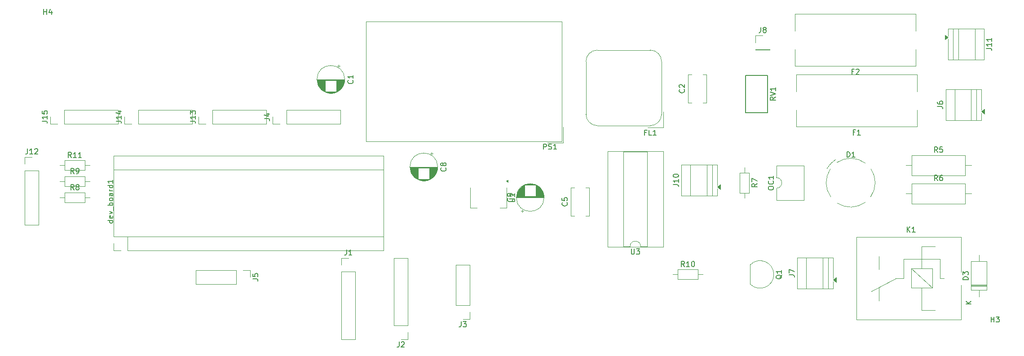
<source format=gbr>
%TF.GenerationSoftware,KiCad,Pcbnew,9.0.0*%
%TF.CreationDate,2025-05-27T07:27:55-06:00*%
%TF.ProjectId,horno_reflujo,686f726e-6f5f-4726-9566-6c756a6f2e6b,rev?*%
%TF.SameCoordinates,Original*%
%TF.FileFunction,Legend,Top*%
%TF.FilePolarity,Positive*%
%FSLAX46Y46*%
G04 Gerber Fmt 4.6, Leading zero omitted, Abs format (unit mm)*
G04 Created by KiCad (PCBNEW 9.0.0) date 2025-05-27 07:27:55*
%MOMM*%
%LPD*%
G01*
G04 APERTURE LIST*
%ADD10C,0.150000*%
%ADD11C,0.120000*%
G04 APERTURE END LIST*
D10*
X187446666Y-35903009D02*
X187113333Y-35903009D01*
X187113333Y-36426819D02*
X187113333Y-35426819D01*
X187113333Y-35426819D02*
X187589523Y-35426819D01*
X187922857Y-35522057D02*
X187970476Y-35474438D01*
X187970476Y-35474438D02*
X188065714Y-35426819D01*
X188065714Y-35426819D02*
X188303809Y-35426819D01*
X188303809Y-35426819D02*
X188399047Y-35474438D01*
X188399047Y-35474438D02*
X188446666Y-35522057D01*
X188446666Y-35522057D02*
X188494285Y-35617295D01*
X188494285Y-35617295D02*
X188494285Y-35712533D01*
X188494285Y-35712533D02*
X188446666Y-35855390D01*
X188446666Y-35855390D02*
X187875238Y-36426819D01*
X187875238Y-36426819D02*
X188494285Y-36426819D01*
X34467819Y-45259523D02*
X35182104Y-45259523D01*
X35182104Y-45259523D02*
X35324961Y-45307142D01*
X35324961Y-45307142D02*
X35420200Y-45402380D01*
X35420200Y-45402380D02*
X35467819Y-45545237D01*
X35467819Y-45545237D02*
X35467819Y-45640475D01*
X35467819Y-44259523D02*
X35467819Y-44830951D01*
X35467819Y-44545237D02*
X34467819Y-44545237D01*
X34467819Y-44545237D02*
X34610676Y-44640475D01*
X34610676Y-44640475D02*
X34705914Y-44735713D01*
X34705914Y-44735713D02*
X34753533Y-44830951D01*
X34467819Y-43354761D02*
X34467819Y-43830951D01*
X34467819Y-43830951D02*
X34944009Y-43878570D01*
X34944009Y-43878570D02*
X34896390Y-43830951D01*
X34896390Y-43830951D02*
X34848771Y-43735713D01*
X34848771Y-43735713D02*
X34848771Y-43497618D01*
X34848771Y-43497618D02*
X34896390Y-43402380D01*
X34896390Y-43402380D02*
X34944009Y-43354761D01*
X34944009Y-43354761D02*
X35039247Y-43307142D01*
X35039247Y-43307142D02*
X35277342Y-43307142D01*
X35277342Y-43307142D02*
X35372580Y-43354761D01*
X35372580Y-43354761D02*
X35420200Y-43402380D01*
X35420200Y-43402380D02*
X35467819Y-43497618D01*
X35467819Y-43497618D02*
X35467819Y-43735713D01*
X35467819Y-43735713D02*
X35420200Y-43830951D01*
X35420200Y-43830951D02*
X35372580Y-43878570D01*
X212491319Y-31538523D02*
X213205604Y-31538523D01*
X213205604Y-31538523D02*
X213348461Y-31586142D01*
X213348461Y-31586142D02*
X213443700Y-31681380D01*
X213443700Y-31681380D02*
X213491319Y-31824237D01*
X213491319Y-31824237D02*
X213491319Y-31919475D01*
X213491319Y-30538523D02*
X213491319Y-31109951D01*
X213491319Y-30824237D02*
X212491319Y-30824237D01*
X212491319Y-30824237D02*
X212634176Y-30919475D01*
X212634176Y-30919475D02*
X212729414Y-31014713D01*
X212729414Y-31014713D02*
X212777033Y-31109951D01*
X213491319Y-29586142D02*
X213491319Y-30157570D01*
X213491319Y-29871856D02*
X212491319Y-29871856D01*
X212491319Y-29871856D02*
X212634176Y-29967094D01*
X212634176Y-29967094D02*
X212729414Y-30062332D01*
X212729414Y-30062332D02*
X212777033Y-30157570D01*
X31716476Y-50466819D02*
X31716476Y-51181104D01*
X31716476Y-51181104D02*
X31668857Y-51323961D01*
X31668857Y-51323961D02*
X31573619Y-51419200D01*
X31573619Y-51419200D02*
X31430762Y-51466819D01*
X31430762Y-51466819D02*
X31335524Y-51466819D01*
X32716476Y-51466819D02*
X32145048Y-51466819D01*
X32430762Y-51466819D02*
X32430762Y-50466819D01*
X32430762Y-50466819D02*
X32335524Y-50609676D01*
X32335524Y-50609676D02*
X32240286Y-50704914D01*
X32240286Y-50704914D02*
X32145048Y-50752533D01*
X33097429Y-50562057D02*
X33145048Y-50514438D01*
X33145048Y-50514438D02*
X33240286Y-50466819D01*
X33240286Y-50466819D02*
X33478381Y-50466819D01*
X33478381Y-50466819D02*
X33573619Y-50514438D01*
X33573619Y-50514438D02*
X33621238Y-50562057D01*
X33621238Y-50562057D02*
X33668857Y-50657295D01*
X33668857Y-50657295D02*
X33668857Y-50752533D01*
X33668857Y-50752533D02*
X33621238Y-50895390D01*
X33621238Y-50895390D02*
X33049810Y-51466819D01*
X33049810Y-51466819D02*
X33668857Y-51466819D01*
X169964166Y-27562319D02*
X169964166Y-28276604D01*
X169964166Y-28276604D02*
X169916547Y-28419461D01*
X169916547Y-28419461D02*
X169821309Y-28514700D01*
X169821309Y-28514700D02*
X169678452Y-28562319D01*
X169678452Y-28562319D02*
X169583214Y-28562319D01*
X170583214Y-27990890D02*
X170487976Y-27943271D01*
X170487976Y-27943271D02*
X170440357Y-27895652D01*
X170440357Y-27895652D02*
X170392738Y-27800414D01*
X170392738Y-27800414D02*
X170392738Y-27752795D01*
X170392738Y-27752795D02*
X170440357Y-27657557D01*
X170440357Y-27657557D02*
X170487976Y-27609938D01*
X170487976Y-27609938D02*
X170583214Y-27562319D01*
X170583214Y-27562319D02*
X170773690Y-27562319D01*
X170773690Y-27562319D02*
X170868928Y-27609938D01*
X170868928Y-27609938D02*
X170916547Y-27657557D01*
X170916547Y-27657557D02*
X170964166Y-27752795D01*
X170964166Y-27752795D02*
X170964166Y-27800414D01*
X170964166Y-27800414D02*
X170916547Y-27895652D01*
X170916547Y-27895652D02*
X170868928Y-27943271D01*
X170868928Y-27943271D02*
X170773690Y-27990890D01*
X170773690Y-27990890D02*
X170583214Y-27990890D01*
X170583214Y-27990890D02*
X170487976Y-28038509D01*
X170487976Y-28038509D02*
X170440357Y-28086128D01*
X170440357Y-28086128D02*
X170392738Y-28181366D01*
X170392738Y-28181366D02*
X170392738Y-28371842D01*
X170392738Y-28371842D02*
X170440357Y-28467080D01*
X170440357Y-28467080D02*
X170487976Y-28514700D01*
X170487976Y-28514700D02*
X170583214Y-28562319D01*
X170583214Y-28562319D02*
X170773690Y-28562319D01*
X170773690Y-28562319D02*
X170868928Y-28514700D01*
X170868928Y-28514700D02*
X170916547Y-28467080D01*
X170916547Y-28467080D02*
X170964166Y-28371842D01*
X170964166Y-28371842D02*
X170964166Y-28181366D01*
X170964166Y-28181366D02*
X170916547Y-28086128D01*
X170916547Y-28086128D02*
X170868928Y-28038509D01*
X170868928Y-28038509D02*
X170773690Y-27990890D01*
X197527905Y-66184819D02*
X197527905Y-65184819D01*
X198099333Y-66184819D02*
X197670762Y-65613390D01*
X198099333Y-65184819D02*
X197527905Y-65756247D01*
X199051714Y-66184819D02*
X198480286Y-66184819D01*
X198766000Y-66184819D02*
X198766000Y-65184819D01*
X198766000Y-65184819D02*
X198670762Y-65327676D01*
X198670762Y-65327676D02*
X198575524Y-65422914D01*
X198575524Y-65422914D02*
X198480286Y-65470533D01*
X172718819Y-40727238D02*
X172242628Y-41060571D01*
X172718819Y-41298666D02*
X171718819Y-41298666D01*
X171718819Y-41298666D02*
X171718819Y-40917714D01*
X171718819Y-40917714D02*
X171766438Y-40822476D01*
X171766438Y-40822476D02*
X171814057Y-40774857D01*
X171814057Y-40774857D02*
X171909295Y-40727238D01*
X171909295Y-40727238D02*
X172052152Y-40727238D01*
X172052152Y-40727238D02*
X172147390Y-40774857D01*
X172147390Y-40774857D02*
X172195009Y-40822476D01*
X172195009Y-40822476D02*
X172242628Y-40917714D01*
X172242628Y-40917714D02*
X172242628Y-41298666D01*
X171718819Y-40441523D02*
X172718819Y-40108190D01*
X172718819Y-40108190D02*
X171718819Y-39774857D01*
X172718819Y-38917714D02*
X172718819Y-39489142D01*
X172718819Y-39203428D02*
X171718819Y-39203428D01*
X171718819Y-39203428D02*
X171861676Y-39298666D01*
X171861676Y-39298666D02*
X171956914Y-39393904D01*
X171956914Y-39393904D02*
X172004533Y-39489142D01*
X187700666Y-47333009D02*
X187367333Y-47333009D01*
X187367333Y-47856819D02*
X187367333Y-46856819D01*
X187367333Y-46856819D02*
X187843523Y-46856819D01*
X188748285Y-47856819D02*
X188176857Y-47856819D01*
X188462571Y-47856819D02*
X188462571Y-46856819D01*
X188462571Y-46856819D02*
X188367333Y-46999676D01*
X188367333Y-46999676D02*
X188272095Y-47094914D01*
X188272095Y-47094914D02*
X188176857Y-47142533D01*
X101774666Y-86874819D02*
X101774666Y-87589104D01*
X101774666Y-87589104D02*
X101727047Y-87731961D01*
X101727047Y-87731961D02*
X101631809Y-87827200D01*
X101631809Y-87827200D02*
X101488952Y-87874819D01*
X101488952Y-87874819D02*
X101393714Y-87874819D01*
X102203238Y-86970057D02*
X102250857Y-86922438D01*
X102250857Y-86922438D02*
X102346095Y-86874819D01*
X102346095Y-86874819D02*
X102584190Y-86874819D01*
X102584190Y-86874819D02*
X102679428Y-86922438D01*
X102679428Y-86922438D02*
X102727047Y-86970057D01*
X102727047Y-86970057D02*
X102774666Y-87065295D01*
X102774666Y-87065295D02*
X102774666Y-87160533D01*
X102774666Y-87160533D02*
X102727047Y-87303390D01*
X102727047Y-87303390D02*
X102155619Y-87874819D01*
X102155619Y-87874819D02*
X102774666Y-87874819D01*
X173930057Y-74263238D02*
X173882438Y-74358476D01*
X173882438Y-74358476D02*
X173787200Y-74453714D01*
X173787200Y-74453714D02*
X173644342Y-74596571D01*
X173644342Y-74596571D02*
X173596723Y-74691809D01*
X173596723Y-74691809D02*
X173596723Y-74787047D01*
X173834819Y-74739428D02*
X173787200Y-74834666D01*
X173787200Y-74834666D02*
X173691961Y-74929904D01*
X173691961Y-74929904D02*
X173501485Y-74977523D01*
X173501485Y-74977523D02*
X173168152Y-74977523D01*
X173168152Y-74977523D02*
X172977676Y-74929904D01*
X172977676Y-74929904D02*
X172882438Y-74834666D01*
X172882438Y-74834666D02*
X172834819Y-74739428D01*
X172834819Y-74739428D02*
X172834819Y-74548952D01*
X172834819Y-74548952D02*
X172882438Y-74453714D01*
X172882438Y-74453714D02*
X172977676Y-74358476D01*
X172977676Y-74358476D02*
X173168152Y-74310857D01*
X173168152Y-74310857D02*
X173501485Y-74310857D01*
X173501485Y-74310857D02*
X173691961Y-74358476D01*
X173691961Y-74358476D02*
X173787200Y-74453714D01*
X173787200Y-74453714D02*
X173834819Y-74548952D01*
X173834819Y-74548952D02*
X173834819Y-74739428D01*
X173834819Y-73358476D02*
X173834819Y-73929904D01*
X173834819Y-73644190D02*
X172834819Y-73644190D01*
X172834819Y-73644190D02*
X172977676Y-73739428D01*
X172977676Y-73739428D02*
X173072914Y-73834666D01*
X173072914Y-73834666D02*
X173120533Y-73929904D01*
X209058819Y-75160094D02*
X208058819Y-75160094D01*
X208058819Y-75160094D02*
X208058819Y-74921999D01*
X208058819Y-74921999D02*
X208106438Y-74779142D01*
X208106438Y-74779142D02*
X208201676Y-74683904D01*
X208201676Y-74683904D02*
X208296914Y-74636285D01*
X208296914Y-74636285D02*
X208487390Y-74588666D01*
X208487390Y-74588666D02*
X208630247Y-74588666D01*
X208630247Y-74588666D02*
X208820723Y-74636285D01*
X208820723Y-74636285D02*
X208915961Y-74683904D01*
X208915961Y-74683904D02*
X209011200Y-74779142D01*
X209011200Y-74779142D02*
X209058819Y-74921999D01*
X209058819Y-74921999D02*
X209058819Y-75160094D01*
X208058819Y-74255332D02*
X208058819Y-73636285D01*
X208058819Y-73636285D02*
X208439771Y-73969618D01*
X208439771Y-73969618D02*
X208439771Y-73826761D01*
X208439771Y-73826761D02*
X208487390Y-73731523D01*
X208487390Y-73731523D02*
X208535009Y-73683904D01*
X208535009Y-73683904D02*
X208630247Y-73636285D01*
X208630247Y-73636285D02*
X208868342Y-73636285D01*
X208868342Y-73636285D02*
X208963580Y-73683904D01*
X208963580Y-73683904D02*
X209011200Y-73731523D01*
X209011200Y-73731523D02*
X209058819Y-73826761D01*
X209058819Y-73826761D02*
X209058819Y-74112475D01*
X209058819Y-74112475D02*
X209011200Y-74207713D01*
X209011200Y-74207713D02*
X208963580Y-74255332D01*
X209628819Y-79763904D02*
X208628819Y-79763904D01*
X209628819Y-79192476D02*
X209057390Y-79621047D01*
X208628819Y-79192476D02*
X209200247Y-79763904D01*
X175292319Y-74252333D02*
X176006604Y-74252333D01*
X176006604Y-74252333D02*
X176149461Y-74299952D01*
X176149461Y-74299952D02*
X176244700Y-74395190D01*
X176244700Y-74395190D02*
X176292319Y-74538047D01*
X176292319Y-74538047D02*
X176292319Y-74633285D01*
X175292319Y-73871380D02*
X175292319Y-73204714D01*
X175292319Y-73204714D02*
X176292319Y-73633285D01*
X93009580Y-37549554D02*
X93057200Y-37597173D01*
X93057200Y-37597173D02*
X93104819Y-37740030D01*
X93104819Y-37740030D02*
X93104819Y-37835268D01*
X93104819Y-37835268D02*
X93057200Y-37978125D01*
X93057200Y-37978125D02*
X92961961Y-38073363D01*
X92961961Y-38073363D02*
X92866723Y-38120982D01*
X92866723Y-38120982D02*
X92676247Y-38168601D01*
X92676247Y-38168601D02*
X92533390Y-38168601D01*
X92533390Y-38168601D02*
X92342914Y-38120982D01*
X92342914Y-38120982D02*
X92247676Y-38073363D01*
X92247676Y-38073363D02*
X92152438Y-37978125D01*
X92152438Y-37978125D02*
X92104819Y-37835268D01*
X92104819Y-37835268D02*
X92104819Y-37740030D01*
X92104819Y-37740030D02*
X92152438Y-37597173D01*
X92152438Y-37597173D02*
X92200057Y-37549554D01*
X93104819Y-36597173D02*
X93104819Y-37168601D01*
X93104819Y-36882887D02*
X92104819Y-36882887D01*
X92104819Y-36882887D02*
X92247676Y-36978125D01*
X92247676Y-36978125D02*
X92342914Y-37073363D01*
X92342914Y-37073363D02*
X92390533Y-37168601D01*
X48437819Y-45259523D02*
X49152104Y-45259523D01*
X49152104Y-45259523D02*
X49294961Y-45307142D01*
X49294961Y-45307142D02*
X49390200Y-45402380D01*
X49390200Y-45402380D02*
X49437819Y-45545237D01*
X49437819Y-45545237D02*
X49437819Y-45640475D01*
X49437819Y-44259523D02*
X49437819Y-44830951D01*
X49437819Y-44545237D02*
X48437819Y-44545237D01*
X48437819Y-44545237D02*
X48580676Y-44640475D01*
X48580676Y-44640475D02*
X48675914Y-44735713D01*
X48675914Y-44735713D02*
X48723533Y-44830951D01*
X48771152Y-43402380D02*
X49437819Y-43402380D01*
X48390200Y-43640475D02*
X49104485Y-43878570D01*
X49104485Y-43878570D02*
X49104485Y-43259523D01*
X145542095Y-69343819D02*
X145542095Y-70153342D01*
X145542095Y-70153342D02*
X145589714Y-70248580D01*
X145589714Y-70248580D02*
X145637333Y-70296200D01*
X145637333Y-70296200D02*
X145732571Y-70343819D01*
X145732571Y-70343819D02*
X145923047Y-70343819D01*
X145923047Y-70343819D02*
X146018285Y-70296200D01*
X146018285Y-70296200D02*
X146065904Y-70248580D01*
X146065904Y-70248580D02*
X146113523Y-70153342D01*
X146113523Y-70153342D02*
X146113523Y-69343819D01*
X146494476Y-69343819D02*
X147113523Y-69343819D01*
X147113523Y-69343819D02*
X146780190Y-69724771D01*
X146780190Y-69724771D02*
X146923047Y-69724771D01*
X146923047Y-69724771D02*
X147018285Y-69772390D01*
X147018285Y-69772390D02*
X147065904Y-69820009D01*
X147065904Y-69820009D02*
X147113523Y-69915247D01*
X147113523Y-69915247D02*
X147113523Y-70153342D01*
X147113523Y-70153342D02*
X147065904Y-70248580D01*
X147065904Y-70248580D02*
X147018285Y-70296200D01*
X147018285Y-70296200D02*
X146923047Y-70343819D01*
X146923047Y-70343819D02*
X146637333Y-70343819D01*
X146637333Y-70343819D02*
X146542095Y-70296200D01*
X146542095Y-70296200D02*
X146494476Y-70248580D01*
X113458666Y-83054819D02*
X113458666Y-83769104D01*
X113458666Y-83769104D02*
X113411047Y-83911961D01*
X113411047Y-83911961D02*
X113315809Y-84007200D01*
X113315809Y-84007200D02*
X113172952Y-84054819D01*
X113172952Y-84054819D02*
X113077714Y-84054819D01*
X113839619Y-83054819D02*
X114458666Y-83054819D01*
X114458666Y-83054819D02*
X114125333Y-83435771D01*
X114125333Y-83435771D02*
X114268190Y-83435771D01*
X114268190Y-83435771D02*
X114363428Y-83483390D01*
X114363428Y-83483390D02*
X114411047Y-83531009D01*
X114411047Y-83531009D02*
X114458666Y-83626247D01*
X114458666Y-83626247D02*
X114458666Y-83864342D01*
X114458666Y-83864342D02*
X114411047Y-83959580D01*
X114411047Y-83959580D02*
X114363428Y-84007200D01*
X114363428Y-84007200D02*
X114268190Y-84054819D01*
X114268190Y-84054819D02*
X113982476Y-84054819D01*
X113982476Y-84054819D02*
X113887238Y-84007200D01*
X113887238Y-84007200D02*
X113839619Y-83959580D01*
X91868666Y-69514819D02*
X91868666Y-70229104D01*
X91868666Y-70229104D02*
X91821047Y-70371961D01*
X91821047Y-70371961D02*
X91725809Y-70467200D01*
X91725809Y-70467200D02*
X91582952Y-70514819D01*
X91582952Y-70514819D02*
X91487714Y-70514819D01*
X92868666Y-70514819D02*
X92297238Y-70514819D01*
X92582952Y-70514819D02*
X92582952Y-69514819D01*
X92582952Y-69514819D02*
X92487714Y-69657676D01*
X92487714Y-69657676D02*
X92392476Y-69752914D01*
X92392476Y-69752914D02*
X92297238Y-69800533D01*
X213360095Y-83152819D02*
X213360095Y-82152819D01*
X213360095Y-82629009D02*
X213931523Y-82629009D01*
X213931523Y-83152819D02*
X213931523Y-82152819D01*
X214312476Y-82152819D02*
X214931523Y-82152819D01*
X214931523Y-82152819D02*
X214598190Y-82533771D01*
X214598190Y-82533771D02*
X214741047Y-82533771D01*
X214741047Y-82533771D02*
X214836285Y-82581390D01*
X214836285Y-82581390D02*
X214883904Y-82629009D01*
X214883904Y-82629009D02*
X214931523Y-82724247D01*
X214931523Y-82724247D02*
X214931523Y-82962342D01*
X214931523Y-82962342D02*
X214883904Y-83057580D01*
X214883904Y-83057580D02*
X214836285Y-83105200D01*
X214836285Y-83105200D02*
X214741047Y-83152819D01*
X214741047Y-83152819D02*
X214455333Y-83152819D01*
X214455333Y-83152819D02*
X214360095Y-83105200D01*
X214360095Y-83105200D02*
X214312476Y-83057580D01*
X62407819Y-45259523D02*
X63122104Y-45259523D01*
X63122104Y-45259523D02*
X63264961Y-45307142D01*
X63264961Y-45307142D02*
X63360200Y-45402380D01*
X63360200Y-45402380D02*
X63407819Y-45545237D01*
X63407819Y-45545237D02*
X63407819Y-45640475D01*
X63407819Y-44259523D02*
X63407819Y-44830951D01*
X63407819Y-44545237D02*
X62407819Y-44545237D01*
X62407819Y-44545237D02*
X62550676Y-44640475D01*
X62550676Y-44640475D02*
X62645914Y-44735713D01*
X62645914Y-44735713D02*
X62693533Y-44830951D01*
X62407819Y-43926189D02*
X62407819Y-43307142D01*
X62407819Y-43307142D02*
X62788771Y-43640475D01*
X62788771Y-43640475D02*
X62788771Y-43497618D01*
X62788771Y-43497618D02*
X62836390Y-43402380D01*
X62836390Y-43402380D02*
X62884009Y-43354761D01*
X62884009Y-43354761D02*
X62979247Y-43307142D01*
X62979247Y-43307142D02*
X63217342Y-43307142D01*
X63217342Y-43307142D02*
X63312580Y-43354761D01*
X63312580Y-43354761D02*
X63360200Y-43402380D01*
X63360200Y-43402380D02*
X63407819Y-43497618D01*
X63407819Y-43497618D02*
X63407819Y-43783332D01*
X63407819Y-43783332D02*
X63360200Y-43878570D01*
X63360200Y-43878570D02*
X63312580Y-43926189D01*
X40473333Y-55176819D02*
X40140000Y-54700628D01*
X39901905Y-55176819D02*
X39901905Y-54176819D01*
X39901905Y-54176819D02*
X40282857Y-54176819D01*
X40282857Y-54176819D02*
X40378095Y-54224438D01*
X40378095Y-54224438D02*
X40425714Y-54272057D01*
X40425714Y-54272057D02*
X40473333Y-54367295D01*
X40473333Y-54367295D02*
X40473333Y-54510152D01*
X40473333Y-54510152D02*
X40425714Y-54605390D01*
X40425714Y-54605390D02*
X40378095Y-54653009D01*
X40378095Y-54653009D02*
X40282857Y-54700628D01*
X40282857Y-54700628D02*
X39901905Y-54700628D01*
X40949524Y-55176819D02*
X41140000Y-55176819D01*
X41140000Y-55176819D02*
X41235238Y-55129200D01*
X41235238Y-55129200D02*
X41282857Y-55081580D01*
X41282857Y-55081580D02*
X41378095Y-54938723D01*
X41378095Y-54938723D02*
X41425714Y-54748247D01*
X41425714Y-54748247D02*
X41425714Y-54367295D01*
X41425714Y-54367295D02*
X41378095Y-54272057D01*
X41378095Y-54272057D02*
X41330476Y-54224438D01*
X41330476Y-54224438D02*
X41235238Y-54176819D01*
X41235238Y-54176819D02*
X41044762Y-54176819D01*
X41044762Y-54176819D02*
X40949524Y-54224438D01*
X40949524Y-54224438D02*
X40901905Y-54272057D01*
X40901905Y-54272057D02*
X40854286Y-54367295D01*
X40854286Y-54367295D02*
X40854286Y-54605390D01*
X40854286Y-54605390D02*
X40901905Y-54700628D01*
X40901905Y-54700628D02*
X40949524Y-54748247D01*
X40949524Y-54748247D02*
X41044762Y-54795866D01*
X41044762Y-54795866D02*
X41235238Y-54795866D01*
X41235238Y-54795866D02*
X41330476Y-54748247D01*
X41330476Y-54748247D02*
X41378095Y-54700628D01*
X41378095Y-54700628D02*
X41425714Y-54605390D01*
X153448319Y-57202523D02*
X154162604Y-57202523D01*
X154162604Y-57202523D02*
X154305461Y-57250142D01*
X154305461Y-57250142D02*
X154400700Y-57345380D01*
X154400700Y-57345380D02*
X154448319Y-57488237D01*
X154448319Y-57488237D02*
X154448319Y-57583475D01*
X154448319Y-56202523D02*
X154448319Y-56773951D01*
X154448319Y-56488237D02*
X153448319Y-56488237D01*
X153448319Y-56488237D02*
X153591176Y-56583475D01*
X153591176Y-56583475D02*
X153686414Y-56678713D01*
X153686414Y-56678713D02*
X153734033Y-56773951D01*
X153448319Y-55583475D02*
X153448319Y-55488237D01*
X153448319Y-55488237D02*
X153495938Y-55392999D01*
X153495938Y-55392999D02*
X153543557Y-55345380D01*
X153543557Y-55345380D02*
X153638795Y-55297761D01*
X153638795Y-55297761D02*
X153829271Y-55250142D01*
X153829271Y-55250142D02*
X154067366Y-55250142D01*
X154067366Y-55250142D02*
X154257842Y-55297761D01*
X154257842Y-55297761D02*
X154353080Y-55345380D01*
X154353080Y-55345380D02*
X154400700Y-55392999D01*
X154400700Y-55392999D02*
X154448319Y-55488237D01*
X154448319Y-55488237D02*
X154448319Y-55583475D01*
X154448319Y-55583475D02*
X154400700Y-55678713D01*
X154400700Y-55678713D02*
X154353080Y-55726332D01*
X154353080Y-55726332D02*
X154257842Y-55773951D01*
X154257842Y-55773951D02*
X154067366Y-55821570D01*
X154067366Y-55821570D02*
X153829271Y-55821570D01*
X153829271Y-55821570D02*
X153638795Y-55773951D01*
X153638795Y-55773951D02*
X153543557Y-55726332D01*
X153543557Y-55726332D02*
X153495938Y-55678713D01*
X153495938Y-55678713D02*
X153448319Y-55583475D01*
X34788095Y-25129819D02*
X34788095Y-24129819D01*
X34788095Y-24606009D02*
X35359523Y-24606009D01*
X35359523Y-25129819D02*
X35359523Y-24129819D01*
X36264285Y-24463152D02*
X36264285Y-25129819D01*
X36026190Y-24082200D02*
X35788095Y-24796485D01*
X35788095Y-24796485D02*
X36407142Y-24796485D01*
X133399580Y-60618666D02*
X133447200Y-60666285D01*
X133447200Y-60666285D02*
X133494819Y-60809142D01*
X133494819Y-60809142D02*
X133494819Y-60904380D01*
X133494819Y-60904380D02*
X133447200Y-61047237D01*
X133447200Y-61047237D02*
X133351961Y-61142475D01*
X133351961Y-61142475D02*
X133256723Y-61190094D01*
X133256723Y-61190094D02*
X133066247Y-61237713D01*
X133066247Y-61237713D02*
X132923390Y-61237713D01*
X132923390Y-61237713D02*
X132732914Y-61190094D01*
X132732914Y-61190094D02*
X132637676Y-61142475D01*
X132637676Y-61142475D02*
X132542438Y-61047237D01*
X132542438Y-61047237D02*
X132494819Y-60904380D01*
X132494819Y-60904380D02*
X132494819Y-60809142D01*
X132494819Y-60809142D02*
X132542438Y-60666285D01*
X132542438Y-60666285D02*
X132590057Y-60618666D01*
X132494819Y-59713904D02*
X132494819Y-60190094D01*
X132494819Y-60190094D02*
X132971009Y-60237713D01*
X132971009Y-60237713D02*
X132923390Y-60190094D01*
X132923390Y-60190094D02*
X132875771Y-60094856D01*
X132875771Y-60094856D02*
X132875771Y-59856761D01*
X132875771Y-59856761D02*
X132923390Y-59761523D01*
X132923390Y-59761523D02*
X132971009Y-59713904D01*
X132971009Y-59713904D02*
X133066247Y-59666285D01*
X133066247Y-59666285D02*
X133304342Y-59666285D01*
X133304342Y-59666285D02*
X133399580Y-59713904D01*
X133399580Y-59713904D02*
X133447200Y-59761523D01*
X133447200Y-59761523D02*
X133494819Y-59856761D01*
X133494819Y-59856761D02*
X133494819Y-60094856D01*
X133494819Y-60094856D02*
X133447200Y-60190094D01*
X133447200Y-60190094D02*
X133399580Y-60237713D01*
X123101580Y-59811779D02*
X123149200Y-59859398D01*
X123149200Y-59859398D02*
X123196819Y-60002255D01*
X123196819Y-60002255D02*
X123196819Y-60097493D01*
X123196819Y-60097493D02*
X123149200Y-60240350D01*
X123149200Y-60240350D02*
X123053961Y-60335588D01*
X123053961Y-60335588D02*
X122958723Y-60383207D01*
X122958723Y-60383207D02*
X122768247Y-60430826D01*
X122768247Y-60430826D02*
X122625390Y-60430826D01*
X122625390Y-60430826D02*
X122434914Y-60383207D01*
X122434914Y-60383207D02*
X122339676Y-60335588D01*
X122339676Y-60335588D02*
X122244438Y-60240350D01*
X122244438Y-60240350D02*
X122196819Y-60097493D01*
X122196819Y-60097493D02*
X122196819Y-60002255D01*
X122196819Y-60002255D02*
X122244438Y-59859398D01*
X122244438Y-59859398D02*
X122292057Y-59811779D01*
X123196819Y-59335588D02*
X123196819Y-59145112D01*
X123196819Y-59145112D02*
X123149200Y-59049874D01*
X123149200Y-59049874D02*
X123101580Y-59002255D01*
X123101580Y-59002255D02*
X122958723Y-58907017D01*
X122958723Y-58907017D02*
X122768247Y-58859398D01*
X122768247Y-58859398D02*
X122387295Y-58859398D01*
X122387295Y-58859398D02*
X122292057Y-58907017D01*
X122292057Y-58907017D02*
X122244438Y-58954636D01*
X122244438Y-58954636D02*
X122196819Y-59049874D01*
X122196819Y-59049874D02*
X122196819Y-59240350D01*
X122196819Y-59240350D02*
X122244438Y-59335588D01*
X122244438Y-59335588D02*
X122292057Y-59383207D01*
X122292057Y-59383207D02*
X122387295Y-59430826D01*
X122387295Y-59430826D02*
X122625390Y-59430826D01*
X122625390Y-59430826D02*
X122720628Y-59383207D01*
X122720628Y-59383207D02*
X122768247Y-59335588D01*
X122768247Y-59335588D02*
X122815866Y-59240350D01*
X122815866Y-59240350D02*
X122815866Y-59049874D01*
X122815866Y-59049874D02*
X122768247Y-58954636D01*
X122768247Y-58954636D02*
X122720628Y-58907017D01*
X122720628Y-58907017D02*
X122625390Y-58859398D01*
X110535580Y-54059554D02*
X110583200Y-54107173D01*
X110583200Y-54107173D02*
X110630819Y-54250030D01*
X110630819Y-54250030D02*
X110630819Y-54345268D01*
X110630819Y-54345268D02*
X110583200Y-54488125D01*
X110583200Y-54488125D02*
X110487961Y-54583363D01*
X110487961Y-54583363D02*
X110392723Y-54630982D01*
X110392723Y-54630982D02*
X110202247Y-54678601D01*
X110202247Y-54678601D02*
X110059390Y-54678601D01*
X110059390Y-54678601D02*
X109868914Y-54630982D01*
X109868914Y-54630982D02*
X109773676Y-54583363D01*
X109773676Y-54583363D02*
X109678438Y-54488125D01*
X109678438Y-54488125D02*
X109630819Y-54345268D01*
X109630819Y-54345268D02*
X109630819Y-54250030D01*
X109630819Y-54250030D02*
X109678438Y-54107173D01*
X109678438Y-54107173D02*
X109726057Y-54059554D01*
X110059390Y-53488125D02*
X110011771Y-53583363D01*
X110011771Y-53583363D02*
X109964152Y-53630982D01*
X109964152Y-53630982D02*
X109868914Y-53678601D01*
X109868914Y-53678601D02*
X109821295Y-53678601D01*
X109821295Y-53678601D02*
X109726057Y-53630982D01*
X109726057Y-53630982D02*
X109678438Y-53583363D01*
X109678438Y-53583363D02*
X109630819Y-53488125D01*
X109630819Y-53488125D02*
X109630819Y-53297649D01*
X109630819Y-53297649D02*
X109678438Y-53202411D01*
X109678438Y-53202411D02*
X109726057Y-53154792D01*
X109726057Y-53154792D02*
X109821295Y-53107173D01*
X109821295Y-53107173D02*
X109868914Y-53107173D01*
X109868914Y-53107173D02*
X109964152Y-53154792D01*
X109964152Y-53154792D02*
X110011771Y-53202411D01*
X110011771Y-53202411D02*
X110059390Y-53297649D01*
X110059390Y-53297649D02*
X110059390Y-53488125D01*
X110059390Y-53488125D02*
X110107009Y-53583363D01*
X110107009Y-53583363D02*
X110154628Y-53630982D01*
X110154628Y-53630982D02*
X110249866Y-53678601D01*
X110249866Y-53678601D02*
X110440342Y-53678601D01*
X110440342Y-53678601D02*
X110535580Y-53630982D01*
X110535580Y-53630982D02*
X110583200Y-53583363D01*
X110583200Y-53583363D02*
X110630819Y-53488125D01*
X110630819Y-53488125D02*
X110630819Y-53297649D01*
X110630819Y-53297649D02*
X110583200Y-53202411D01*
X110583200Y-53202411D02*
X110535580Y-53154792D01*
X110535580Y-53154792D02*
X110440342Y-53107173D01*
X110440342Y-53107173D02*
X110249866Y-53107173D01*
X110249866Y-53107173D02*
X110154628Y-53154792D01*
X110154628Y-53154792D02*
X110107009Y-53202411D01*
X110107009Y-53202411D02*
X110059390Y-53297649D01*
X203287333Y-51128819D02*
X202954000Y-50652628D01*
X202715905Y-51128819D02*
X202715905Y-50128819D01*
X202715905Y-50128819D02*
X203096857Y-50128819D01*
X203096857Y-50128819D02*
X203192095Y-50176438D01*
X203192095Y-50176438D02*
X203239714Y-50224057D01*
X203239714Y-50224057D02*
X203287333Y-50319295D01*
X203287333Y-50319295D02*
X203287333Y-50462152D01*
X203287333Y-50462152D02*
X203239714Y-50557390D01*
X203239714Y-50557390D02*
X203192095Y-50605009D01*
X203192095Y-50605009D02*
X203096857Y-50652628D01*
X203096857Y-50652628D02*
X202715905Y-50652628D01*
X204192095Y-50128819D02*
X203715905Y-50128819D01*
X203715905Y-50128819D02*
X203668286Y-50605009D01*
X203668286Y-50605009D02*
X203715905Y-50557390D01*
X203715905Y-50557390D02*
X203811143Y-50509771D01*
X203811143Y-50509771D02*
X204049238Y-50509771D01*
X204049238Y-50509771D02*
X204144476Y-50557390D01*
X204144476Y-50557390D02*
X204192095Y-50605009D01*
X204192095Y-50605009D02*
X204239714Y-50700247D01*
X204239714Y-50700247D02*
X204239714Y-50938342D01*
X204239714Y-50938342D02*
X204192095Y-51033580D01*
X204192095Y-51033580D02*
X204144476Y-51081200D01*
X204144476Y-51081200D02*
X204049238Y-51128819D01*
X204049238Y-51128819D02*
X203811143Y-51128819D01*
X203811143Y-51128819D02*
X203715905Y-51081200D01*
X203715905Y-51081200D02*
X203668286Y-51033580D01*
X39997142Y-52128819D02*
X39663809Y-51652628D01*
X39425714Y-52128819D02*
X39425714Y-51128819D01*
X39425714Y-51128819D02*
X39806666Y-51128819D01*
X39806666Y-51128819D02*
X39901904Y-51176438D01*
X39901904Y-51176438D02*
X39949523Y-51224057D01*
X39949523Y-51224057D02*
X39997142Y-51319295D01*
X39997142Y-51319295D02*
X39997142Y-51462152D01*
X39997142Y-51462152D02*
X39949523Y-51557390D01*
X39949523Y-51557390D02*
X39901904Y-51605009D01*
X39901904Y-51605009D02*
X39806666Y-51652628D01*
X39806666Y-51652628D02*
X39425714Y-51652628D01*
X40949523Y-52128819D02*
X40378095Y-52128819D01*
X40663809Y-52128819D02*
X40663809Y-51128819D01*
X40663809Y-51128819D02*
X40568571Y-51271676D01*
X40568571Y-51271676D02*
X40473333Y-51366914D01*
X40473333Y-51366914D02*
X40378095Y-51414533D01*
X41901904Y-52128819D02*
X41330476Y-52128819D01*
X41616190Y-52128819D02*
X41616190Y-51128819D01*
X41616190Y-51128819D02*
X41520952Y-51271676D01*
X41520952Y-51271676D02*
X41425714Y-51366914D01*
X41425714Y-51366914D02*
X41330476Y-51414533D01*
X155497580Y-39282666D02*
X155545200Y-39330285D01*
X155545200Y-39330285D02*
X155592819Y-39473142D01*
X155592819Y-39473142D02*
X155592819Y-39568380D01*
X155592819Y-39568380D02*
X155545200Y-39711237D01*
X155545200Y-39711237D02*
X155449961Y-39806475D01*
X155449961Y-39806475D02*
X155354723Y-39854094D01*
X155354723Y-39854094D02*
X155164247Y-39901713D01*
X155164247Y-39901713D02*
X155021390Y-39901713D01*
X155021390Y-39901713D02*
X154830914Y-39854094D01*
X154830914Y-39854094D02*
X154735676Y-39806475D01*
X154735676Y-39806475D02*
X154640438Y-39711237D01*
X154640438Y-39711237D02*
X154592819Y-39568380D01*
X154592819Y-39568380D02*
X154592819Y-39473142D01*
X154592819Y-39473142D02*
X154640438Y-39330285D01*
X154640438Y-39330285D02*
X154688057Y-39282666D01*
X154688057Y-38901713D02*
X154640438Y-38854094D01*
X154640438Y-38854094D02*
X154592819Y-38758856D01*
X154592819Y-38758856D02*
X154592819Y-38520761D01*
X154592819Y-38520761D02*
X154640438Y-38425523D01*
X154640438Y-38425523D02*
X154688057Y-38377904D01*
X154688057Y-38377904D02*
X154783295Y-38330285D01*
X154783295Y-38330285D02*
X154878533Y-38330285D01*
X154878533Y-38330285D02*
X155021390Y-38377904D01*
X155021390Y-38377904D02*
X155592819Y-38949332D01*
X155592819Y-38949332D02*
X155592819Y-38330285D01*
X74164819Y-75009333D02*
X74879104Y-75009333D01*
X74879104Y-75009333D02*
X75021961Y-75056952D01*
X75021961Y-75056952D02*
X75117200Y-75152190D01*
X75117200Y-75152190D02*
X75164819Y-75295047D01*
X75164819Y-75295047D02*
X75164819Y-75390285D01*
X74164819Y-74056952D02*
X74164819Y-74533142D01*
X74164819Y-74533142D02*
X74641009Y-74580761D01*
X74641009Y-74580761D02*
X74593390Y-74533142D01*
X74593390Y-74533142D02*
X74545771Y-74437904D01*
X74545771Y-74437904D02*
X74545771Y-74199809D01*
X74545771Y-74199809D02*
X74593390Y-74104571D01*
X74593390Y-74104571D02*
X74641009Y-74056952D01*
X74641009Y-74056952D02*
X74736247Y-74009333D01*
X74736247Y-74009333D02*
X74974342Y-74009333D01*
X74974342Y-74009333D02*
X75069580Y-74056952D01*
X75069580Y-74056952D02*
X75117200Y-74104571D01*
X75117200Y-74104571D02*
X75164819Y-74199809D01*
X75164819Y-74199809D02*
X75164819Y-74437904D01*
X75164819Y-74437904D02*
X75117200Y-74533142D01*
X75117200Y-74533142D02*
X75069580Y-74580761D01*
X155567142Y-72702819D02*
X155233809Y-72226628D01*
X154995714Y-72702819D02*
X154995714Y-71702819D01*
X154995714Y-71702819D02*
X155376666Y-71702819D01*
X155376666Y-71702819D02*
X155471904Y-71750438D01*
X155471904Y-71750438D02*
X155519523Y-71798057D01*
X155519523Y-71798057D02*
X155567142Y-71893295D01*
X155567142Y-71893295D02*
X155567142Y-72036152D01*
X155567142Y-72036152D02*
X155519523Y-72131390D01*
X155519523Y-72131390D02*
X155471904Y-72179009D01*
X155471904Y-72179009D02*
X155376666Y-72226628D01*
X155376666Y-72226628D02*
X154995714Y-72226628D01*
X156519523Y-72702819D02*
X155948095Y-72702819D01*
X156233809Y-72702819D02*
X156233809Y-71702819D01*
X156233809Y-71702819D02*
X156138571Y-71845676D01*
X156138571Y-71845676D02*
X156043333Y-71940914D01*
X156043333Y-71940914D02*
X155948095Y-71988533D01*
X157138571Y-71702819D02*
X157233809Y-71702819D01*
X157233809Y-71702819D02*
X157329047Y-71750438D01*
X157329047Y-71750438D02*
X157376666Y-71798057D01*
X157376666Y-71798057D02*
X157424285Y-71893295D01*
X157424285Y-71893295D02*
X157471904Y-72083771D01*
X157471904Y-72083771D02*
X157471904Y-72321866D01*
X157471904Y-72321866D02*
X157424285Y-72512342D01*
X157424285Y-72512342D02*
X157376666Y-72607580D01*
X157376666Y-72607580D02*
X157329047Y-72655200D01*
X157329047Y-72655200D02*
X157233809Y-72702819D01*
X157233809Y-72702819D02*
X157138571Y-72702819D01*
X157138571Y-72702819D02*
X157043333Y-72655200D01*
X157043333Y-72655200D02*
X156995714Y-72607580D01*
X156995714Y-72607580D02*
X156948095Y-72512342D01*
X156948095Y-72512342D02*
X156900476Y-72321866D01*
X156900476Y-72321866D02*
X156900476Y-72083771D01*
X156900476Y-72083771D02*
X156948095Y-71893295D01*
X156948095Y-71893295D02*
X156995714Y-71798057D01*
X156995714Y-71798057D02*
X157043333Y-71750438D01*
X157043333Y-71750438D02*
X157138571Y-71702819D01*
X203287333Y-56462819D02*
X202954000Y-55986628D01*
X202715905Y-56462819D02*
X202715905Y-55462819D01*
X202715905Y-55462819D02*
X203096857Y-55462819D01*
X203096857Y-55462819D02*
X203192095Y-55510438D01*
X203192095Y-55510438D02*
X203239714Y-55558057D01*
X203239714Y-55558057D02*
X203287333Y-55653295D01*
X203287333Y-55653295D02*
X203287333Y-55796152D01*
X203287333Y-55796152D02*
X203239714Y-55891390D01*
X203239714Y-55891390D02*
X203192095Y-55939009D01*
X203192095Y-55939009D02*
X203096857Y-55986628D01*
X203096857Y-55986628D02*
X202715905Y-55986628D01*
X204144476Y-55462819D02*
X203954000Y-55462819D01*
X203954000Y-55462819D02*
X203858762Y-55510438D01*
X203858762Y-55510438D02*
X203811143Y-55558057D01*
X203811143Y-55558057D02*
X203715905Y-55700914D01*
X203715905Y-55700914D02*
X203668286Y-55891390D01*
X203668286Y-55891390D02*
X203668286Y-56272342D01*
X203668286Y-56272342D02*
X203715905Y-56367580D01*
X203715905Y-56367580D02*
X203763524Y-56415200D01*
X203763524Y-56415200D02*
X203858762Y-56462819D01*
X203858762Y-56462819D02*
X204049238Y-56462819D01*
X204049238Y-56462819D02*
X204144476Y-56415200D01*
X204144476Y-56415200D02*
X204192095Y-56367580D01*
X204192095Y-56367580D02*
X204239714Y-56272342D01*
X204239714Y-56272342D02*
X204239714Y-56034247D01*
X204239714Y-56034247D02*
X204192095Y-55939009D01*
X204192095Y-55939009D02*
X204144476Y-55891390D01*
X204144476Y-55891390D02*
X204049238Y-55843771D01*
X204049238Y-55843771D02*
X203858762Y-55843771D01*
X203858762Y-55843771D02*
X203763524Y-55891390D01*
X203763524Y-55891390D02*
X203715905Y-55939009D01*
X203715905Y-55939009D02*
X203668286Y-56034247D01*
X171363819Y-57967428D02*
X171363819Y-57776952D01*
X171363819Y-57776952D02*
X171411438Y-57681714D01*
X171411438Y-57681714D02*
X171506676Y-57586476D01*
X171506676Y-57586476D02*
X171697152Y-57538857D01*
X171697152Y-57538857D02*
X172030485Y-57538857D01*
X172030485Y-57538857D02*
X172220961Y-57586476D01*
X172220961Y-57586476D02*
X172316200Y-57681714D01*
X172316200Y-57681714D02*
X172363819Y-57776952D01*
X172363819Y-57776952D02*
X172363819Y-57967428D01*
X172363819Y-57967428D02*
X172316200Y-58062666D01*
X172316200Y-58062666D02*
X172220961Y-58157904D01*
X172220961Y-58157904D02*
X172030485Y-58205523D01*
X172030485Y-58205523D02*
X171697152Y-58205523D01*
X171697152Y-58205523D02*
X171506676Y-58157904D01*
X171506676Y-58157904D02*
X171411438Y-58062666D01*
X171411438Y-58062666D02*
X171363819Y-57967428D01*
X172268580Y-56538857D02*
X172316200Y-56586476D01*
X172316200Y-56586476D02*
X172363819Y-56729333D01*
X172363819Y-56729333D02*
X172363819Y-56824571D01*
X172363819Y-56824571D02*
X172316200Y-56967428D01*
X172316200Y-56967428D02*
X172220961Y-57062666D01*
X172220961Y-57062666D02*
X172125723Y-57110285D01*
X172125723Y-57110285D02*
X171935247Y-57157904D01*
X171935247Y-57157904D02*
X171792390Y-57157904D01*
X171792390Y-57157904D02*
X171601914Y-57110285D01*
X171601914Y-57110285D02*
X171506676Y-57062666D01*
X171506676Y-57062666D02*
X171411438Y-56967428D01*
X171411438Y-56967428D02*
X171363819Y-56824571D01*
X171363819Y-56824571D02*
X171363819Y-56729333D01*
X171363819Y-56729333D02*
X171411438Y-56586476D01*
X171411438Y-56586476D02*
X171459057Y-56538857D01*
X172363819Y-55586476D02*
X172363819Y-56157904D01*
X172363819Y-55872190D02*
X171363819Y-55872190D01*
X171363819Y-55872190D02*
X171506676Y-55967428D01*
X171506676Y-55967428D02*
X171601914Y-56062666D01*
X171601914Y-56062666D02*
X171649533Y-56157904D01*
X122572819Y-60451904D02*
X123382342Y-60451904D01*
X123382342Y-60451904D02*
X123477580Y-60404285D01*
X123477580Y-60404285D02*
X123525200Y-60356666D01*
X123525200Y-60356666D02*
X123572819Y-60261428D01*
X123572819Y-60261428D02*
X123572819Y-60070952D01*
X123572819Y-60070952D02*
X123525200Y-59975714D01*
X123525200Y-59975714D02*
X123477580Y-59928095D01*
X123477580Y-59928095D02*
X123382342Y-59880476D01*
X123382342Y-59880476D02*
X122572819Y-59880476D01*
X123572819Y-58880476D02*
X123572819Y-59451904D01*
X123572819Y-59166190D02*
X122572819Y-59166190D01*
X122572819Y-59166190D02*
X122715676Y-59261428D01*
X122715676Y-59261428D02*
X122810914Y-59356666D01*
X122810914Y-59356666D02*
X122858533Y-59451904D01*
X186205905Y-52016819D02*
X186205905Y-51016819D01*
X186205905Y-51016819D02*
X186444000Y-51016819D01*
X186444000Y-51016819D02*
X186586857Y-51064438D01*
X186586857Y-51064438D02*
X186682095Y-51159676D01*
X186682095Y-51159676D02*
X186729714Y-51254914D01*
X186729714Y-51254914D02*
X186777333Y-51445390D01*
X186777333Y-51445390D02*
X186777333Y-51588247D01*
X186777333Y-51588247D02*
X186729714Y-51778723D01*
X186729714Y-51778723D02*
X186682095Y-51873961D01*
X186682095Y-51873961D02*
X186586857Y-51969200D01*
X186586857Y-51969200D02*
X186444000Y-52016819D01*
X186444000Y-52016819D02*
X186205905Y-52016819D01*
X187729714Y-52016819D02*
X187158286Y-52016819D01*
X187444000Y-52016819D02*
X187444000Y-51016819D01*
X187444000Y-51016819D02*
X187348762Y-51159676D01*
X187348762Y-51159676D02*
X187253524Y-51254914D01*
X187253524Y-51254914D02*
X187158286Y-51302533D01*
X128994214Y-50553319D02*
X128994214Y-49553319D01*
X128994214Y-49553319D02*
X129375166Y-49553319D01*
X129375166Y-49553319D02*
X129470404Y-49600938D01*
X129470404Y-49600938D02*
X129518023Y-49648557D01*
X129518023Y-49648557D02*
X129565642Y-49743795D01*
X129565642Y-49743795D02*
X129565642Y-49886652D01*
X129565642Y-49886652D02*
X129518023Y-49981890D01*
X129518023Y-49981890D02*
X129470404Y-50029509D01*
X129470404Y-50029509D02*
X129375166Y-50077128D01*
X129375166Y-50077128D02*
X128994214Y-50077128D01*
X129946595Y-50505700D02*
X130089452Y-50553319D01*
X130089452Y-50553319D02*
X130327547Y-50553319D01*
X130327547Y-50553319D02*
X130422785Y-50505700D01*
X130422785Y-50505700D02*
X130470404Y-50458080D01*
X130470404Y-50458080D02*
X130518023Y-50362842D01*
X130518023Y-50362842D02*
X130518023Y-50267604D01*
X130518023Y-50267604D02*
X130470404Y-50172366D01*
X130470404Y-50172366D02*
X130422785Y-50124747D01*
X130422785Y-50124747D02*
X130327547Y-50077128D01*
X130327547Y-50077128D02*
X130137071Y-50029509D01*
X130137071Y-50029509D02*
X130041833Y-49981890D01*
X130041833Y-49981890D02*
X129994214Y-49934271D01*
X129994214Y-49934271D02*
X129946595Y-49839033D01*
X129946595Y-49839033D02*
X129946595Y-49743795D01*
X129946595Y-49743795D02*
X129994214Y-49648557D01*
X129994214Y-49648557D02*
X130041833Y-49600938D01*
X130041833Y-49600938D02*
X130137071Y-49553319D01*
X130137071Y-49553319D02*
X130375166Y-49553319D01*
X130375166Y-49553319D02*
X130518023Y-49600938D01*
X131470404Y-50553319D02*
X130898976Y-50553319D01*
X131184690Y-50553319D02*
X131184690Y-49553319D01*
X131184690Y-49553319D02*
X131089452Y-49696176D01*
X131089452Y-49696176D02*
X130994214Y-49791414D01*
X130994214Y-49791414D02*
X130898976Y-49839033D01*
X47825819Y-63977429D02*
X46825819Y-63977429D01*
X47778200Y-63977429D02*
X47825819Y-64072667D01*
X47825819Y-64072667D02*
X47825819Y-64263143D01*
X47825819Y-64263143D02*
X47778200Y-64358381D01*
X47778200Y-64358381D02*
X47730580Y-64406000D01*
X47730580Y-64406000D02*
X47635342Y-64453619D01*
X47635342Y-64453619D02*
X47349628Y-64453619D01*
X47349628Y-64453619D02*
X47254390Y-64406000D01*
X47254390Y-64406000D02*
X47206771Y-64358381D01*
X47206771Y-64358381D02*
X47159152Y-64263143D01*
X47159152Y-64263143D02*
X47159152Y-64072667D01*
X47159152Y-64072667D02*
X47206771Y-63977429D01*
X47778200Y-63120286D02*
X47825819Y-63215524D01*
X47825819Y-63215524D02*
X47825819Y-63406000D01*
X47825819Y-63406000D02*
X47778200Y-63501238D01*
X47778200Y-63501238D02*
X47682961Y-63548857D01*
X47682961Y-63548857D02*
X47302009Y-63548857D01*
X47302009Y-63548857D02*
X47206771Y-63501238D01*
X47206771Y-63501238D02*
X47159152Y-63406000D01*
X47159152Y-63406000D02*
X47159152Y-63215524D01*
X47159152Y-63215524D02*
X47206771Y-63120286D01*
X47206771Y-63120286D02*
X47302009Y-63072667D01*
X47302009Y-63072667D02*
X47397247Y-63072667D01*
X47397247Y-63072667D02*
X47492485Y-63548857D01*
X47159152Y-62739333D02*
X47825819Y-62501238D01*
X47825819Y-62501238D02*
X47159152Y-62263143D01*
X47921057Y-62120286D02*
X47921057Y-61358381D01*
X47825819Y-61120285D02*
X46825819Y-61120285D01*
X47206771Y-61120285D02*
X47159152Y-61025047D01*
X47159152Y-61025047D02*
X47159152Y-60834571D01*
X47159152Y-60834571D02*
X47206771Y-60739333D01*
X47206771Y-60739333D02*
X47254390Y-60691714D01*
X47254390Y-60691714D02*
X47349628Y-60644095D01*
X47349628Y-60644095D02*
X47635342Y-60644095D01*
X47635342Y-60644095D02*
X47730580Y-60691714D01*
X47730580Y-60691714D02*
X47778200Y-60739333D01*
X47778200Y-60739333D02*
X47825819Y-60834571D01*
X47825819Y-60834571D02*
X47825819Y-61025047D01*
X47825819Y-61025047D02*
X47778200Y-61120285D01*
X47825819Y-60072666D02*
X47778200Y-60167904D01*
X47778200Y-60167904D02*
X47730580Y-60215523D01*
X47730580Y-60215523D02*
X47635342Y-60263142D01*
X47635342Y-60263142D02*
X47349628Y-60263142D01*
X47349628Y-60263142D02*
X47254390Y-60215523D01*
X47254390Y-60215523D02*
X47206771Y-60167904D01*
X47206771Y-60167904D02*
X47159152Y-60072666D01*
X47159152Y-60072666D02*
X47159152Y-59929809D01*
X47159152Y-59929809D02*
X47206771Y-59834571D01*
X47206771Y-59834571D02*
X47254390Y-59786952D01*
X47254390Y-59786952D02*
X47349628Y-59739333D01*
X47349628Y-59739333D02*
X47635342Y-59739333D01*
X47635342Y-59739333D02*
X47730580Y-59786952D01*
X47730580Y-59786952D02*
X47778200Y-59834571D01*
X47778200Y-59834571D02*
X47825819Y-59929809D01*
X47825819Y-59929809D02*
X47825819Y-60072666D01*
X47825819Y-58882190D02*
X47302009Y-58882190D01*
X47302009Y-58882190D02*
X47206771Y-58929809D01*
X47206771Y-58929809D02*
X47159152Y-59025047D01*
X47159152Y-59025047D02*
X47159152Y-59215523D01*
X47159152Y-59215523D02*
X47206771Y-59310761D01*
X47778200Y-58882190D02*
X47825819Y-58977428D01*
X47825819Y-58977428D02*
X47825819Y-59215523D01*
X47825819Y-59215523D02*
X47778200Y-59310761D01*
X47778200Y-59310761D02*
X47682961Y-59358380D01*
X47682961Y-59358380D02*
X47587723Y-59358380D01*
X47587723Y-59358380D02*
X47492485Y-59310761D01*
X47492485Y-59310761D02*
X47444866Y-59215523D01*
X47444866Y-59215523D02*
X47444866Y-58977428D01*
X47444866Y-58977428D02*
X47397247Y-58882190D01*
X47825819Y-58405999D02*
X47159152Y-58405999D01*
X47349628Y-58405999D02*
X47254390Y-58358380D01*
X47254390Y-58358380D02*
X47206771Y-58310761D01*
X47206771Y-58310761D02*
X47159152Y-58215523D01*
X47159152Y-58215523D02*
X47159152Y-58120285D01*
X47825819Y-57358380D02*
X46825819Y-57358380D01*
X47778200Y-57358380D02*
X47825819Y-57453618D01*
X47825819Y-57453618D02*
X47825819Y-57644094D01*
X47825819Y-57644094D02*
X47778200Y-57739332D01*
X47778200Y-57739332D02*
X47730580Y-57786951D01*
X47730580Y-57786951D02*
X47635342Y-57834570D01*
X47635342Y-57834570D02*
X47349628Y-57834570D01*
X47349628Y-57834570D02*
X47254390Y-57786951D01*
X47254390Y-57786951D02*
X47206771Y-57739332D01*
X47206771Y-57739332D02*
X47159152Y-57644094D01*
X47159152Y-57644094D02*
X47159152Y-57453618D01*
X47159152Y-57453618D02*
X47206771Y-57358380D01*
X47825819Y-56358380D02*
X47825819Y-56929808D01*
X47825819Y-56644094D02*
X46825819Y-56644094D01*
X46825819Y-56644094D02*
X46968676Y-56739332D01*
X46968676Y-56739332D02*
X47063914Y-56834570D01*
X47063914Y-56834570D02*
X47111533Y-56929808D01*
X203260819Y-42497333D02*
X203975104Y-42497333D01*
X203975104Y-42497333D02*
X204117961Y-42544952D01*
X204117961Y-42544952D02*
X204213200Y-42640190D01*
X204213200Y-42640190D02*
X204260819Y-42783047D01*
X204260819Y-42783047D02*
X204260819Y-42878285D01*
X203260819Y-41592571D02*
X203260819Y-41783047D01*
X203260819Y-41783047D02*
X203308438Y-41878285D01*
X203308438Y-41878285D02*
X203356057Y-41925904D01*
X203356057Y-41925904D02*
X203498914Y-42021142D01*
X203498914Y-42021142D02*
X203689390Y-42068761D01*
X203689390Y-42068761D02*
X204070342Y-42068761D01*
X204070342Y-42068761D02*
X204165580Y-42021142D01*
X204165580Y-42021142D02*
X204213200Y-41973523D01*
X204213200Y-41973523D02*
X204260819Y-41878285D01*
X204260819Y-41878285D02*
X204260819Y-41687809D01*
X204260819Y-41687809D02*
X204213200Y-41592571D01*
X204213200Y-41592571D02*
X204165580Y-41544952D01*
X204165580Y-41544952D02*
X204070342Y-41497333D01*
X204070342Y-41497333D02*
X203832247Y-41497333D01*
X203832247Y-41497333D02*
X203737009Y-41544952D01*
X203737009Y-41544952D02*
X203689390Y-41592571D01*
X203689390Y-41592571D02*
X203641771Y-41687809D01*
X203641771Y-41687809D02*
X203641771Y-41878285D01*
X203641771Y-41878285D02*
X203689390Y-41973523D01*
X203689390Y-41973523D02*
X203737009Y-42021142D01*
X203737009Y-42021142D02*
X203832247Y-42068761D01*
X148391404Y-47404509D02*
X148058071Y-47404509D01*
X148058071Y-47928319D02*
X148058071Y-46928319D01*
X148058071Y-46928319D02*
X148534261Y-46928319D01*
X149391404Y-47928319D02*
X148915214Y-47928319D01*
X148915214Y-47928319D02*
X148915214Y-46928319D01*
X150248547Y-47928319D02*
X149677119Y-47928319D01*
X149962833Y-47928319D02*
X149962833Y-46928319D01*
X149962833Y-46928319D02*
X149867595Y-47071176D01*
X149867595Y-47071176D02*
X149772357Y-47166414D01*
X149772357Y-47166414D02*
X149677119Y-47214033D01*
X169252819Y-57062666D02*
X168776628Y-57395999D01*
X169252819Y-57634094D02*
X168252819Y-57634094D01*
X168252819Y-57634094D02*
X168252819Y-57253142D01*
X168252819Y-57253142D02*
X168300438Y-57157904D01*
X168300438Y-57157904D02*
X168348057Y-57110285D01*
X168348057Y-57110285D02*
X168443295Y-57062666D01*
X168443295Y-57062666D02*
X168586152Y-57062666D01*
X168586152Y-57062666D02*
X168681390Y-57110285D01*
X168681390Y-57110285D02*
X168729009Y-57157904D01*
X168729009Y-57157904D02*
X168776628Y-57253142D01*
X168776628Y-57253142D02*
X168776628Y-57634094D01*
X168252819Y-56729332D02*
X168252819Y-56062666D01*
X168252819Y-56062666D02*
X169252819Y-56491237D01*
X40473333Y-58224819D02*
X40140000Y-57748628D01*
X39901905Y-58224819D02*
X39901905Y-57224819D01*
X39901905Y-57224819D02*
X40282857Y-57224819D01*
X40282857Y-57224819D02*
X40378095Y-57272438D01*
X40378095Y-57272438D02*
X40425714Y-57320057D01*
X40425714Y-57320057D02*
X40473333Y-57415295D01*
X40473333Y-57415295D02*
X40473333Y-57558152D01*
X40473333Y-57558152D02*
X40425714Y-57653390D01*
X40425714Y-57653390D02*
X40378095Y-57701009D01*
X40378095Y-57701009D02*
X40282857Y-57748628D01*
X40282857Y-57748628D02*
X39901905Y-57748628D01*
X41044762Y-57653390D02*
X40949524Y-57605771D01*
X40949524Y-57605771D02*
X40901905Y-57558152D01*
X40901905Y-57558152D02*
X40854286Y-57462914D01*
X40854286Y-57462914D02*
X40854286Y-57415295D01*
X40854286Y-57415295D02*
X40901905Y-57320057D01*
X40901905Y-57320057D02*
X40949524Y-57272438D01*
X40949524Y-57272438D02*
X41044762Y-57224819D01*
X41044762Y-57224819D02*
X41235238Y-57224819D01*
X41235238Y-57224819D02*
X41330476Y-57272438D01*
X41330476Y-57272438D02*
X41378095Y-57320057D01*
X41378095Y-57320057D02*
X41425714Y-57415295D01*
X41425714Y-57415295D02*
X41425714Y-57462914D01*
X41425714Y-57462914D02*
X41378095Y-57558152D01*
X41378095Y-57558152D02*
X41330476Y-57605771D01*
X41330476Y-57605771D02*
X41235238Y-57653390D01*
X41235238Y-57653390D02*
X41044762Y-57653390D01*
X41044762Y-57653390D02*
X40949524Y-57701009D01*
X40949524Y-57701009D02*
X40901905Y-57748628D01*
X40901905Y-57748628D02*
X40854286Y-57843866D01*
X40854286Y-57843866D02*
X40854286Y-58034342D01*
X40854286Y-58034342D02*
X40901905Y-58129580D01*
X40901905Y-58129580D02*
X40949524Y-58177200D01*
X40949524Y-58177200D02*
X41044762Y-58224819D01*
X41044762Y-58224819D02*
X41235238Y-58224819D01*
X41235238Y-58224819D02*
X41330476Y-58177200D01*
X41330476Y-58177200D02*
X41378095Y-58129580D01*
X41378095Y-58129580D02*
X41425714Y-58034342D01*
X41425714Y-58034342D02*
X41425714Y-57843866D01*
X41425714Y-57843866D02*
X41378095Y-57748628D01*
X41378095Y-57748628D02*
X41330476Y-57701009D01*
X41330476Y-57701009D02*
X41235238Y-57653390D01*
X76377819Y-44783333D02*
X77092104Y-44783333D01*
X77092104Y-44783333D02*
X77234961Y-44830952D01*
X77234961Y-44830952D02*
X77330200Y-44926190D01*
X77330200Y-44926190D02*
X77377819Y-45069047D01*
X77377819Y-45069047D02*
X77377819Y-45164285D01*
X76711152Y-43878571D02*
X77377819Y-43878571D01*
X76330200Y-44116666D02*
X77044485Y-44354761D01*
X77044485Y-44354761D02*
X77044485Y-43735714D01*
D11*
%TO.C,F2*%
X176420000Y-25062000D02*
X176420000Y-28222000D01*
X176420000Y-31722000D02*
X176420000Y-34882000D01*
X199140000Y-25062000D02*
X176420000Y-25062000D01*
X199140000Y-25062000D02*
X199140000Y-28222000D01*
X199140000Y-31722000D02*
X199140000Y-34882000D01*
X199140000Y-34882000D02*
X176420000Y-34882000D01*
%TO.C,J15*%
X36013000Y-45780000D02*
X36013000Y-44450000D01*
X37343000Y-45780000D02*
X36013000Y-45780000D01*
X38613000Y-43120000D02*
X48833000Y-43120000D01*
X38613000Y-45780000D02*
X38613000Y-43120000D01*
X38613000Y-45780000D02*
X48833000Y-45780000D01*
X48833000Y-45780000D02*
X48833000Y-43120000D01*
%TO.C,J11*%
X205296500Y-27819000D02*
X205296500Y-29159000D01*
X205296500Y-29759000D02*
X205296500Y-33639000D01*
X206216500Y-27819000D02*
X206216500Y-33639000D01*
X207216500Y-27819000D02*
X207216500Y-33639000D01*
X210316500Y-27819000D02*
X210316500Y-33639000D01*
X212036500Y-27819000D02*
X205296500Y-27819000D01*
X212036500Y-27819000D02*
X212036500Y-33639000D01*
X212036500Y-33639000D02*
X205296500Y-33639000D01*
X205296500Y-29459000D02*
X204686500Y-29899000D01*
X204686500Y-29019000D01*
X205296500Y-29459000D01*
G36*
X205296500Y-29459000D02*
G01*
X204686500Y-29899000D01*
X204686500Y-29019000D01*
X205296500Y-29459000D01*
G37*
%TO.C,J12*%
X31196000Y-52012000D02*
X32526000Y-52012000D01*
X31196000Y-53342000D02*
X31196000Y-52012000D01*
X31196000Y-54612000D02*
X31196000Y-64832000D01*
X31196000Y-54612000D02*
X33856000Y-54612000D01*
X31196000Y-64832000D02*
X33856000Y-64832000D01*
X33856000Y-54612000D02*
X33856000Y-64832000D01*
%TO.C,J8*%
X168967500Y-29107500D02*
X170297500Y-29107500D01*
X168967500Y-30437500D02*
X168967500Y-29107500D01*
X168967500Y-31707500D02*
X168967500Y-31767500D01*
X168967500Y-31707500D02*
X171627500Y-31707500D01*
X168967500Y-31767500D02*
X171627500Y-31767500D01*
X171627500Y-31707500D02*
X171627500Y-31767500D01*
%TO.C,K1*%
X187966000Y-67130000D02*
X207766000Y-67130000D01*
X187966000Y-82730000D02*
X187966000Y-67130000D01*
X192216000Y-70730000D02*
X192216000Y-73180000D01*
X192216000Y-79130000D02*
X192216000Y-76630000D01*
X195416000Y-74880000D02*
X190816000Y-77380000D01*
X196916000Y-71280000D02*
X203716000Y-71280000D01*
X196916000Y-74880000D02*
X195416000Y-74880000D01*
X196916000Y-74880000D02*
X196916000Y-71280000D01*
X198316000Y-73080000D02*
X202316000Y-73080000D01*
X198316000Y-73080000D02*
X202316000Y-76680000D01*
X198316000Y-76680000D02*
X198316000Y-73080000D01*
X200316000Y-73080000D02*
X200316000Y-68880000D01*
X200316000Y-80880000D02*
X200316000Y-76680000D01*
X200316000Y-80880000D02*
X202816000Y-80880000D01*
X202316000Y-73080000D02*
X202316000Y-76680000D01*
X202316000Y-76680000D02*
X198316000Y-76680000D01*
X202816000Y-68880000D02*
X200316000Y-68880000D01*
X203716000Y-74880000D02*
X203716000Y-71280000D01*
X203716000Y-74880000D02*
X204516000Y-74880000D01*
X207766000Y-73730000D02*
X207766000Y-67130000D01*
X207766000Y-82730000D02*
X187966000Y-82730000D01*
X207766000Y-82730000D02*
X207766000Y-76130000D01*
D10*
%TO.C,RV1*%
X167064000Y-36632000D02*
X171264000Y-36632000D01*
X167064000Y-43632000D02*
X167064000Y-36632000D01*
X167064000Y-43632000D02*
X171264000Y-43632000D01*
X171264000Y-43632000D02*
X171264000Y-36632000D01*
D11*
%TO.C,F1*%
X176674000Y-36492000D02*
X176674000Y-39652000D01*
X176674000Y-43152000D02*
X176674000Y-46312000D01*
X199394000Y-36492000D02*
X176674000Y-36492000D01*
X199394000Y-36492000D02*
X199394000Y-39652000D01*
X199394000Y-43152000D02*
X199394000Y-46312000D01*
X199394000Y-46312000D02*
X176674000Y-46312000D01*
%TO.C,J2*%
X100778000Y-83820000D02*
X100778000Y-71060000D01*
X103438000Y-71060000D02*
X100778000Y-71060000D01*
X103438000Y-83820000D02*
X100778000Y-83820000D01*
X103438000Y-83820000D02*
X103438000Y-71060000D01*
X103438000Y-85090000D02*
X103438000Y-86420000D01*
X103438000Y-86420000D02*
X102108000Y-86420000D01*
%TO.C,Q1*%
X167970000Y-72368000D02*
X167970000Y-75968000D01*
X167981522Y-72329522D02*
G75*
G02*
X172420001Y-74168000I1838478J-1838478D01*
G01*
X172420000Y-74168000D02*
G75*
G02*
X167981522Y-76006478I-2600000J0D01*
G01*
%TO.C,D3*%
X209604000Y-71702000D02*
X209604000Y-77142000D01*
X209604000Y-76122000D02*
X212544000Y-76122000D01*
X209604000Y-76242000D02*
X212544000Y-76242000D01*
X209604000Y-76362000D02*
X212544000Y-76362000D01*
X209604000Y-77142000D02*
X212544000Y-77142000D01*
X211074000Y-70482000D02*
X211074000Y-71702000D01*
X211074000Y-78362000D02*
X211074000Y-77142000D01*
X212544000Y-71702000D02*
X209604000Y-71702000D01*
X212544000Y-77142000D02*
X212544000Y-71702000D01*
%TO.C,J7*%
X176837500Y-71009000D02*
X183577500Y-71009000D01*
X176837500Y-76829000D02*
X176837500Y-71009000D01*
X176837500Y-76829000D02*
X183577500Y-76829000D01*
X178557500Y-76829000D02*
X178557500Y-71009000D01*
X181657500Y-76829000D02*
X181657500Y-71009000D01*
X182657500Y-76829000D02*
X182657500Y-71009000D01*
X183577500Y-74889000D02*
X183577500Y-71009000D01*
X183577500Y-76829000D02*
X183577500Y-75489000D01*
X184187500Y-75629000D02*
X183577500Y-75189000D01*
X184187500Y-74749000D01*
X184187500Y-75629000D01*
G36*
X184187500Y-75629000D02*
G01*
X183577500Y-75189000D01*
X184187500Y-74749000D01*
X184187500Y-75629000D01*
G37*
%TO.C,C1*%
X87860000Y-37622888D02*
X86331000Y-37622888D01*
X87860000Y-37662888D02*
X86335000Y-37662888D01*
X87860000Y-37702888D02*
X86339000Y-37702888D01*
X87860000Y-37742888D02*
X86344000Y-37742888D01*
X87860000Y-37782888D02*
X86350000Y-37782888D01*
X87860000Y-37822888D02*
X86357000Y-37822888D01*
X87860000Y-37862888D02*
X86364000Y-37862888D01*
X87860000Y-37902888D02*
X86372000Y-37902888D01*
X87860000Y-37942888D02*
X86380000Y-37942888D01*
X87860000Y-37982888D02*
X86389000Y-37982888D01*
X87860000Y-38022888D02*
X86399000Y-38022888D01*
X87860000Y-38062888D02*
X86409000Y-38062888D01*
X87860000Y-38103888D02*
X86420000Y-38103888D01*
X87860000Y-38143888D02*
X86432000Y-38143888D01*
X87860000Y-38183888D02*
X86445000Y-38183888D01*
X87860000Y-38223888D02*
X86458000Y-38223888D01*
X87860000Y-38263888D02*
X86472000Y-38263888D01*
X87860000Y-38303888D02*
X86486000Y-38303888D01*
X87860000Y-38343888D02*
X86502000Y-38343888D01*
X87860000Y-38383888D02*
X86518000Y-38383888D01*
X87860000Y-38423888D02*
X86535000Y-38423888D01*
X87860000Y-38463888D02*
X86552000Y-38463888D01*
X87860000Y-38503888D02*
X86571000Y-38503888D01*
X87860000Y-38543888D02*
X86590000Y-38543888D01*
X87860000Y-38583888D02*
X86610000Y-38583888D01*
X87860000Y-38623888D02*
X86632000Y-38623888D01*
X87860000Y-38663888D02*
X86653000Y-38663888D01*
X87860000Y-38703888D02*
X86676000Y-38703888D01*
X87860000Y-38743888D02*
X86700000Y-38743888D01*
X87860000Y-38783888D02*
X86725000Y-38783888D01*
X87860000Y-38823888D02*
X86751000Y-38823888D01*
X87860000Y-38863888D02*
X86778000Y-38863888D01*
X87860000Y-38903888D02*
X86805000Y-38903888D01*
X87860000Y-38943888D02*
X86835000Y-38943888D01*
X87860000Y-38983888D02*
X86865000Y-38983888D01*
X87860000Y-39023888D02*
X86896000Y-39023888D01*
X87860000Y-39063888D02*
X86929000Y-39063888D01*
X87860000Y-39103888D02*
X86963000Y-39103888D01*
X87860000Y-39143888D02*
X86999000Y-39143888D01*
X87860000Y-39183888D02*
X87036000Y-39183888D01*
X87860000Y-39223888D02*
X87074000Y-39223888D01*
X87860000Y-39263888D02*
X87115000Y-39263888D01*
X87860000Y-39303888D02*
X87157000Y-39303888D01*
X87860000Y-39343888D02*
X87201000Y-39343888D01*
X87860000Y-39383888D02*
X87247000Y-39383888D01*
X87860000Y-39423888D02*
X87295000Y-39423888D01*
X87860000Y-39463888D02*
X87346000Y-39463888D01*
X87860000Y-39503888D02*
X87400000Y-39503888D01*
X87860000Y-39543888D02*
X87457000Y-39543888D01*
X87860000Y-39583888D02*
X87517000Y-39583888D01*
X87860000Y-39623888D02*
X87581000Y-39623888D01*
X87860000Y-39663888D02*
X87649000Y-39663888D01*
X89184000Y-39983888D02*
X88616000Y-39983888D01*
X89418000Y-39943888D02*
X88382000Y-39943888D01*
X89577000Y-39903888D02*
X88223000Y-39903888D01*
X89705000Y-39863888D02*
X88095000Y-39863888D01*
X89815000Y-39823888D02*
X87985000Y-39823888D01*
X89911000Y-39783888D02*
X87889000Y-39783888D01*
X89998000Y-39743888D02*
X87802000Y-39743888D01*
X90078000Y-39703888D02*
X87722000Y-39703888D01*
X90151000Y-39663888D02*
X89940000Y-39663888D01*
X90219000Y-39623888D02*
X89940000Y-39623888D01*
X90283000Y-39583888D02*
X89940000Y-39583888D01*
X90343000Y-39543888D02*
X89940000Y-39543888D01*
X90375000Y-34578113D02*
X90375000Y-35078113D01*
X90400000Y-39503888D02*
X89940000Y-39503888D01*
X90454000Y-39463888D02*
X89940000Y-39463888D01*
X90505000Y-39423888D02*
X89940000Y-39423888D01*
X90553000Y-39383888D02*
X89940000Y-39383888D01*
X90599000Y-39343888D02*
X89940000Y-39343888D01*
X90625000Y-34828113D02*
X90125000Y-34828113D01*
X90643000Y-39303888D02*
X89940000Y-39303888D01*
X90685000Y-39263888D02*
X89940000Y-39263888D01*
X90726000Y-39223888D02*
X89940000Y-39223888D01*
X90764000Y-39183888D02*
X89940000Y-39183888D01*
X90801000Y-39143888D02*
X89940000Y-39143888D01*
X90837000Y-39103888D02*
X89940000Y-39103888D01*
X90871000Y-39063888D02*
X89940000Y-39063888D01*
X90904000Y-39023888D02*
X89940000Y-39023888D01*
X90935000Y-38983888D02*
X89940000Y-38983888D01*
X90965000Y-38943888D02*
X89940000Y-38943888D01*
X90995000Y-38903888D02*
X89940000Y-38903888D01*
X91022000Y-38863888D02*
X89940000Y-38863888D01*
X91049000Y-38823888D02*
X89940000Y-38823888D01*
X91075000Y-38783888D02*
X89940000Y-38783888D01*
X91100000Y-38743888D02*
X89940000Y-38743888D01*
X91124000Y-38703888D02*
X89940000Y-38703888D01*
X91147000Y-38663888D02*
X89940000Y-38663888D01*
X91168000Y-38623888D02*
X89940000Y-38623888D01*
X91190000Y-38583888D02*
X89940000Y-38583888D01*
X91210000Y-38543888D02*
X89940000Y-38543888D01*
X91229000Y-38503888D02*
X89940000Y-38503888D01*
X91248000Y-38463888D02*
X89940000Y-38463888D01*
X91265000Y-38423888D02*
X89940000Y-38423888D01*
X91282000Y-38383888D02*
X89940000Y-38383888D01*
X91298000Y-38343888D02*
X89940000Y-38343888D01*
X91314000Y-38303888D02*
X89940000Y-38303888D01*
X91328000Y-38263888D02*
X89940000Y-38263888D01*
X91342000Y-38223888D02*
X89940000Y-38223888D01*
X91355000Y-38183888D02*
X89940000Y-38183888D01*
X91368000Y-38143888D02*
X89940000Y-38143888D01*
X91380000Y-38103888D02*
X89940000Y-38103888D01*
X91391000Y-38062888D02*
X89940000Y-38062888D01*
X91401000Y-38022888D02*
X89940000Y-38022888D01*
X91411000Y-37982888D02*
X89940000Y-37982888D01*
X91420000Y-37942888D02*
X89940000Y-37942888D01*
X91428000Y-37902888D02*
X89940000Y-37902888D01*
X91436000Y-37862888D02*
X89940000Y-37862888D01*
X91443000Y-37822888D02*
X89940000Y-37822888D01*
X91450000Y-37782888D02*
X89940000Y-37782888D01*
X91456000Y-37742888D02*
X89940000Y-37742888D01*
X91461000Y-37702888D02*
X89940000Y-37702888D01*
X91465000Y-37662888D02*
X89940000Y-37662888D01*
X91469000Y-37622888D02*
X89940000Y-37622888D01*
X91473000Y-37582888D02*
X86327000Y-37582888D01*
X91476000Y-37542888D02*
X86324000Y-37542888D01*
X91478000Y-37502888D02*
X86322000Y-37502888D01*
X91479000Y-37462888D02*
X86321000Y-37462888D01*
X91480000Y-37382888D02*
X86320000Y-37382888D01*
X91480000Y-37422888D02*
X86320000Y-37422888D01*
X91520000Y-37382888D02*
G75*
G02*
X86280000Y-37382888I-2620000J0D01*
G01*
X86280000Y-37382888D02*
G75*
G02*
X91520000Y-37382888I2620000J0D01*
G01*
%TO.C,J14*%
X49983000Y-45780000D02*
X49983000Y-44450000D01*
X51313000Y-45780000D02*
X49983000Y-45780000D01*
X52583000Y-43120000D02*
X62803000Y-43120000D01*
X52583000Y-45780000D02*
X52583000Y-43120000D01*
X52583000Y-45780000D02*
X62803000Y-45780000D01*
X62803000Y-45780000D02*
X62803000Y-43120000D01*
%TO.C,U3*%
X144054000Y-50989000D02*
X144054000Y-68889000D01*
X144054000Y-68889000D02*
X145304000Y-68889000D01*
X147304000Y-68889000D02*
X148554000Y-68889000D01*
X148554000Y-50989000D02*
X144054000Y-50989000D01*
X148554000Y-68889000D02*
X148554000Y-50989000D01*
X151554000Y-68949000D02*
X141054000Y-68949000D01*
X141054000Y-50929000D01*
X151554000Y-50929000D01*
X151554000Y-68949000D01*
X145304000Y-68889000D02*
G75*
G02*
X147304000Y-68889000I1000000J0D01*
G01*
%TO.C,J3*%
X112462000Y-80000000D02*
X112462000Y-72320000D01*
X115122000Y-72320000D02*
X112462000Y-72320000D01*
X115122000Y-80000000D02*
X112462000Y-80000000D01*
X115122000Y-80000000D02*
X115122000Y-72320000D01*
X115122000Y-81270000D02*
X115122000Y-82600000D01*
X115122000Y-82600000D02*
X113792000Y-82600000D01*
%TO.C,J1*%
X90872000Y-71060000D02*
X92202000Y-71060000D01*
X90872000Y-72390000D02*
X90872000Y-71060000D01*
X90872000Y-73660000D02*
X90872000Y-86420000D01*
X90872000Y-73660000D02*
X93532000Y-73660000D01*
X90872000Y-86420000D02*
X93532000Y-86420000D01*
X93532000Y-73660000D02*
X93532000Y-86420000D01*
%TO.C,J13*%
X63953000Y-45780000D02*
X63953000Y-44450000D01*
X65283000Y-45780000D02*
X63953000Y-45780000D01*
X66553000Y-43120000D02*
X76773000Y-43120000D01*
X66553000Y-45780000D02*
X66553000Y-43120000D01*
X66553000Y-45780000D02*
X76773000Y-45780000D01*
X76773000Y-45780000D02*
X76773000Y-43120000D01*
%TO.C,R9*%
X37770000Y-56642000D02*
X38720000Y-56642000D01*
X38720000Y-55722000D02*
X38720000Y-57562000D01*
X38720000Y-57562000D02*
X42560000Y-57562000D01*
X42560000Y-55722000D02*
X38720000Y-55722000D01*
X42560000Y-57562000D02*
X42560000Y-55722000D01*
X43510000Y-56642000D02*
X42560000Y-56642000D01*
%TO.C,J10*%
X154993500Y-53483000D02*
X161733500Y-53483000D01*
X154993500Y-59303000D02*
X154993500Y-53483000D01*
X154993500Y-59303000D02*
X161733500Y-59303000D01*
X156713500Y-59303000D02*
X156713500Y-53483000D01*
X159813500Y-59303000D02*
X159813500Y-53483000D01*
X160813500Y-59303000D02*
X160813500Y-53483000D01*
X161733500Y-57363000D02*
X161733500Y-53483000D01*
X161733500Y-59303000D02*
X161733500Y-57963000D01*
X162343500Y-58103000D02*
X161733500Y-57663000D01*
X162343500Y-57223000D01*
X162343500Y-58103000D01*
G36*
X162343500Y-58103000D02*
G01*
X161733500Y-57663000D01*
X162343500Y-57223000D01*
X162343500Y-58103000D01*
G37*
%TO.C,C5*%
X134169000Y-57782000D02*
X134835000Y-57782000D01*
X134169000Y-63122000D02*
X134169000Y-57782000D01*
X134169000Y-63122000D02*
X134835000Y-63122000D01*
X136945000Y-57782000D02*
X137611000Y-57782000D01*
X136945000Y-63122000D02*
X137611000Y-63122000D01*
X137611000Y-63122000D02*
X137611000Y-57782000D01*
%TO.C,C9*%
X123912000Y-59605113D02*
X129072000Y-59605113D01*
X123912000Y-59645113D02*
X129072000Y-59645113D01*
X123913000Y-59565113D02*
X129071000Y-59565113D01*
X123914000Y-59525113D02*
X129070000Y-59525113D01*
X123916000Y-59485113D02*
X129068000Y-59485113D01*
X123919000Y-59445113D02*
X129065000Y-59445113D01*
X123923000Y-59405113D02*
X125452000Y-59405113D01*
X123927000Y-59365113D02*
X125452000Y-59365113D01*
X123931000Y-59325113D02*
X125452000Y-59325113D01*
X123936000Y-59285113D02*
X125452000Y-59285113D01*
X123942000Y-59245113D02*
X125452000Y-59245113D01*
X123949000Y-59205113D02*
X125452000Y-59205113D01*
X123956000Y-59165113D02*
X125452000Y-59165113D01*
X123964000Y-59125113D02*
X125452000Y-59125113D01*
X123972000Y-59085113D02*
X125452000Y-59085113D01*
X123981000Y-59045113D02*
X125452000Y-59045113D01*
X123991000Y-59005113D02*
X125452000Y-59005113D01*
X124001000Y-58965113D02*
X125452000Y-58965113D01*
X124012000Y-58924113D02*
X125452000Y-58924113D01*
X124024000Y-58884113D02*
X125452000Y-58884113D01*
X124037000Y-58844113D02*
X125452000Y-58844113D01*
X124050000Y-58804113D02*
X125452000Y-58804113D01*
X124064000Y-58764113D02*
X125452000Y-58764113D01*
X124078000Y-58724113D02*
X125452000Y-58724113D01*
X124094000Y-58684113D02*
X125452000Y-58684113D01*
X124110000Y-58644113D02*
X125452000Y-58644113D01*
X124127000Y-58604113D02*
X125452000Y-58604113D01*
X124144000Y-58564113D02*
X125452000Y-58564113D01*
X124163000Y-58524113D02*
X125452000Y-58524113D01*
X124182000Y-58484113D02*
X125452000Y-58484113D01*
X124202000Y-58444113D02*
X125452000Y-58444113D01*
X124224000Y-58404113D02*
X125452000Y-58404113D01*
X124245000Y-58364113D02*
X125452000Y-58364113D01*
X124268000Y-58324113D02*
X125452000Y-58324113D01*
X124292000Y-58284113D02*
X125452000Y-58284113D01*
X124317000Y-58244113D02*
X125452000Y-58244113D01*
X124343000Y-58204113D02*
X125452000Y-58204113D01*
X124370000Y-58164113D02*
X125452000Y-58164113D01*
X124397000Y-58124113D02*
X125452000Y-58124113D01*
X124427000Y-58084113D02*
X125452000Y-58084113D01*
X124457000Y-58044113D02*
X125452000Y-58044113D01*
X124488000Y-58004113D02*
X125452000Y-58004113D01*
X124521000Y-57964113D02*
X125452000Y-57964113D01*
X124555000Y-57924113D02*
X125452000Y-57924113D01*
X124591000Y-57884113D02*
X125452000Y-57884113D01*
X124628000Y-57844113D02*
X125452000Y-57844113D01*
X124666000Y-57804113D02*
X125452000Y-57804113D01*
X124707000Y-57764113D02*
X125452000Y-57764113D01*
X124749000Y-57724113D02*
X125452000Y-57724113D01*
X124767000Y-62199888D02*
X125267000Y-62199888D01*
X124793000Y-57684113D02*
X125452000Y-57684113D01*
X124839000Y-57644113D02*
X125452000Y-57644113D01*
X124887000Y-57604113D02*
X125452000Y-57604113D01*
X124938000Y-57564113D02*
X125452000Y-57564113D01*
X124992000Y-57524113D02*
X125452000Y-57524113D01*
X125017000Y-62449888D02*
X125017000Y-61949888D01*
X125049000Y-57484113D02*
X125452000Y-57484113D01*
X125109000Y-57444113D02*
X125452000Y-57444113D01*
X125173000Y-57404113D02*
X125452000Y-57404113D01*
X125241000Y-57364113D02*
X125452000Y-57364113D01*
X125314000Y-57324113D02*
X127670000Y-57324113D01*
X125394000Y-57284113D02*
X127590000Y-57284113D01*
X125481000Y-57244113D02*
X127503000Y-57244113D01*
X125577000Y-57204113D02*
X127407000Y-57204113D01*
X125687000Y-57164113D02*
X127297000Y-57164113D01*
X125815000Y-57124113D02*
X127169000Y-57124113D01*
X125974000Y-57084113D02*
X127010000Y-57084113D01*
X126208000Y-57044113D02*
X126776000Y-57044113D01*
X127532000Y-57364113D02*
X127743000Y-57364113D01*
X127532000Y-57404113D02*
X127811000Y-57404113D01*
X127532000Y-57444113D02*
X127875000Y-57444113D01*
X127532000Y-57484113D02*
X127935000Y-57484113D01*
X127532000Y-57524113D02*
X127992000Y-57524113D01*
X127532000Y-57564113D02*
X128046000Y-57564113D01*
X127532000Y-57604113D02*
X128097000Y-57604113D01*
X127532000Y-57644113D02*
X128145000Y-57644113D01*
X127532000Y-57684113D02*
X128191000Y-57684113D01*
X127532000Y-57724113D02*
X128235000Y-57724113D01*
X127532000Y-57764113D02*
X128277000Y-57764113D01*
X127532000Y-57804113D02*
X128318000Y-57804113D01*
X127532000Y-57844113D02*
X128356000Y-57844113D01*
X127532000Y-57884113D02*
X128393000Y-57884113D01*
X127532000Y-57924113D02*
X128429000Y-57924113D01*
X127532000Y-57964113D02*
X128463000Y-57964113D01*
X127532000Y-58004113D02*
X128496000Y-58004113D01*
X127532000Y-58044113D02*
X128527000Y-58044113D01*
X127532000Y-58084113D02*
X128557000Y-58084113D01*
X127532000Y-58124113D02*
X128587000Y-58124113D01*
X127532000Y-58164113D02*
X128614000Y-58164113D01*
X127532000Y-58204113D02*
X128641000Y-58204113D01*
X127532000Y-58244113D02*
X128667000Y-58244113D01*
X127532000Y-58284113D02*
X128692000Y-58284113D01*
X127532000Y-58324113D02*
X128716000Y-58324113D01*
X127532000Y-58364113D02*
X128739000Y-58364113D01*
X127532000Y-58404113D02*
X128760000Y-58404113D01*
X127532000Y-58444113D02*
X128782000Y-58444113D01*
X127532000Y-58484113D02*
X128802000Y-58484113D01*
X127532000Y-58524113D02*
X128821000Y-58524113D01*
X127532000Y-58564113D02*
X128840000Y-58564113D01*
X127532000Y-58604113D02*
X128857000Y-58604113D01*
X127532000Y-58644113D02*
X128874000Y-58644113D01*
X127532000Y-58684113D02*
X128890000Y-58684113D01*
X127532000Y-58724113D02*
X128906000Y-58724113D01*
X127532000Y-58764113D02*
X128920000Y-58764113D01*
X127532000Y-58804113D02*
X128934000Y-58804113D01*
X127532000Y-58844113D02*
X128947000Y-58844113D01*
X127532000Y-58884113D02*
X128960000Y-58884113D01*
X127532000Y-58924113D02*
X128972000Y-58924113D01*
X127532000Y-58965113D02*
X128983000Y-58965113D01*
X127532000Y-59005113D02*
X128993000Y-59005113D01*
X127532000Y-59045113D02*
X129003000Y-59045113D01*
X127532000Y-59085113D02*
X129012000Y-59085113D01*
X127532000Y-59125113D02*
X129020000Y-59125113D01*
X127532000Y-59165113D02*
X129028000Y-59165113D01*
X127532000Y-59205113D02*
X129035000Y-59205113D01*
X127532000Y-59245113D02*
X129042000Y-59245113D01*
X127532000Y-59285113D02*
X129048000Y-59285113D01*
X127532000Y-59325113D02*
X129053000Y-59325113D01*
X127532000Y-59365113D02*
X129057000Y-59365113D01*
X127532000Y-59405113D02*
X129061000Y-59405113D01*
X129112000Y-59645113D02*
G75*
G02*
X123872000Y-59645113I-2620000J0D01*
G01*
X123872000Y-59645113D02*
G75*
G02*
X129112000Y-59645113I2620000J0D01*
G01*
%TO.C,C8*%
X105386000Y-54132888D02*
X103857000Y-54132888D01*
X105386000Y-54172888D02*
X103861000Y-54172888D01*
X105386000Y-54212888D02*
X103865000Y-54212888D01*
X105386000Y-54252888D02*
X103870000Y-54252888D01*
X105386000Y-54292888D02*
X103876000Y-54292888D01*
X105386000Y-54332888D02*
X103883000Y-54332888D01*
X105386000Y-54372888D02*
X103890000Y-54372888D01*
X105386000Y-54412888D02*
X103898000Y-54412888D01*
X105386000Y-54452888D02*
X103906000Y-54452888D01*
X105386000Y-54492888D02*
X103915000Y-54492888D01*
X105386000Y-54532888D02*
X103925000Y-54532888D01*
X105386000Y-54572888D02*
X103935000Y-54572888D01*
X105386000Y-54613888D02*
X103946000Y-54613888D01*
X105386000Y-54653888D02*
X103958000Y-54653888D01*
X105386000Y-54693888D02*
X103971000Y-54693888D01*
X105386000Y-54733888D02*
X103984000Y-54733888D01*
X105386000Y-54773888D02*
X103998000Y-54773888D01*
X105386000Y-54813888D02*
X104012000Y-54813888D01*
X105386000Y-54853888D02*
X104028000Y-54853888D01*
X105386000Y-54893888D02*
X104044000Y-54893888D01*
X105386000Y-54933888D02*
X104061000Y-54933888D01*
X105386000Y-54973888D02*
X104078000Y-54973888D01*
X105386000Y-55013888D02*
X104097000Y-55013888D01*
X105386000Y-55053888D02*
X104116000Y-55053888D01*
X105386000Y-55093888D02*
X104136000Y-55093888D01*
X105386000Y-55133888D02*
X104158000Y-55133888D01*
X105386000Y-55173888D02*
X104179000Y-55173888D01*
X105386000Y-55213888D02*
X104202000Y-55213888D01*
X105386000Y-55253888D02*
X104226000Y-55253888D01*
X105386000Y-55293888D02*
X104251000Y-55293888D01*
X105386000Y-55333888D02*
X104277000Y-55333888D01*
X105386000Y-55373888D02*
X104304000Y-55373888D01*
X105386000Y-55413888D02*
X104331000Y-55413888D01*
X105386000Y-55453888D02*
X104361000Y-55453888D01*
X105386000Y-55493888D02*
X104391000Y-55493888D01*
X105386000Y-55533888D02*
X104422000Y-55533888D01*
X105386000Y-55573888D02*
X104455000Y-55573888D01*
X105386000Y-55613888D02*
X104489000Y-55613888D01*
X105386000Y-55653888D02*
X104525000Y-55653888D01*
X105386000Y-55693888D02*
X104562000Y-55693888D01*
X105386000Y-55733888D02*
X104600000Y-55733888D01*
X105386000Y-55773888D02*
X104641000Y-55773888D01*
X105386000Y-55813888D02*
X104683000Y-55813888D01*
X105386000Y-55853888D02*
X104727000Y-55853888D01*
X105386000Y-55893888D02*
X104773000Y-55893888D01*
X105386000Y-55933888D02*
X104821000Y-55933888D01*
X105386000Y-55973888D02*
X104872000Y-55973888D01*
X105386000Y-56013888D02*
X104926000Y-56013888D01*
X105386000Y-56053888D02*
X104983000Y-56053888D01*
X105386000Y-56093888D02*
X105043000Y-56093888D01*
X105386000Y-56133888D02*
X105107000Y-56133888D01*
X105386000Y-56173888D02*
X105175000Y-56173888D01*
X106710000Y-56493888D02*
X106142000Y-56493888D01*
X106944000Y-56453888D02*
X105908000Y-56453888D01*
X107103000Y-56413888D02*
X105749000Y-56413888D01*
X107231000Y-56373888D02*
X105621000Y-56373888D01*
X107341000Y-56333888D02*
X105511000Y-56333888D01*
X107437000Y-56293888D02*
X105415000Y-56293888D01*
X107524000Y-56253888D02*
X105328000Y-56253888D01*
X107604000Y-56213888D02*
X105248000Y-56213888D01*
X107677000Y-56173888D02*
X107466000Y-56173888D01*
X107745000Y-56133888D02*
X107466000Y-56133888D01*
X107809000Y-56093888D02*
X107466000Y-56093888D01*
X107869000Y-56053888D02*
X107466000Y-56053888D01*
X107901000Y-51088113D02*
X107901000Y-51588113D01*
X107926000Y-56013888D02*
X107466000Y-56013888D01*
X107980000Y-55973888D02*
X107466000Y-55973888D01*
X108031000Y-55933888D02*
X107466000Y-55933888D01*
X108079000Y-55893888D02*
X107466000Y-55893888D01*
X108125000Y-55853888D02*
X107466000Y-55853888D01*
X108151000Y-51338113D02*
X107651000Y-51338113D01*
X108169000Y-55813888D02*
X107466000Y-55813888D01*
X108211000Y-55773888D02*
X107466000Y-55773888D01*
X108252000Y-55733888D02*
X107466000Y-55733888D01*
X108290000Y-55693888D02*
X107466000Y-55693888D01*
X108327000Y-55653888D02*
X107466000Y-55653888D01*
X108363000Y-55613888D02*
X107466000Y-55613888D01*
X108397000Y-55573888D02*
X107466000Y-55573888D01*
X108430000Y-55533888D02*
X107466000Y-55533888D01*
X108461000Y-55493888D02*
X107466000Y-55493888D01*
X108491000Y-55453888D02*
X107466000Y-55453888D01*
X108521000Y-55413888D02*
X107466000Y-55413888D01*
X108548000Y-55373888D02*
X107466000Y-55373888D01*
X108575000Y-55333888D02*
X107466000Y-55333888D01*
X108601000Y-55293888D02*
X107466000Y-55293888D01*
X108626000Y-55253888D02*
X107466000Y-55253888D01*
X108650000Y-55213888D02*
X107466000Y-55213888D01*
X108673000Y-55173888D02*
X107466000Y-55173888D01*
X108694000Y-55133888D02*
X107466000Y-55133888D01*
X108716000Y-55093888D02*
X107466000Y-55093888D01*
X108736000Y-55053888D02*
X107466000Y-55053888D01*
X108755000Y-55013888D02*
X107466000Y-55013888D01*
X108774000Y-54973888D02*
X107466000Y-54973888D01*
X108791000Y-54933888D02*
X107466000Y-54933888D01*
X108808000Y-54893888D02*
X107466000Y-54893888D01*
X108824000Y-54853888D02*
X107466000Y-54853888D01*
X108840000Y-54813888D02*
X107466000Y-54813888D01*
X108854000Y-54773888D02*
X107466000Y-54773888D01*
X108868000Y-54733888D02*
X107466000Y-54733888D01*
X108881000Y-54693888D02*
X107466000Y-54693888D01*
X108894000Y-54653888D02*
X107466000Y-54653888D01*
X108906000Y-54613888D02*
X107466000Y-54613888D01*
X108917000Y-54572888D02*
X107466000Y-54572888D01*
X108927000Y-54532888D02*
X107466000Y-54532888D01*
X108937000Y-54492888D02*
X107466000Y-54492888D01*
X108946000Y-54452888D02*
X107466000Y-54452888D01*
X108954000Y-54412888D02*
X107466000Y-54412888D01*
X108962000Y-54372888D02*
X107466000Y-54372888D01*
X108969000Y-54332888D02*
X107466000Y-54332888D01*
X108976000Y-54292888D02*
X107466000Y-54292888D01*
X108982000Y-54252888D02*
X107466000Y-54252888D01*
X108987000Y-54212888D02*
X107466000Y-54212888D01*
X108991000Y-54172888D02*
X107466000Y-54172888D01*
X108995000Y-54132888D02*
X107466000Y-54132888D01*
X108999000Y-54092888D02*
X103853000Y-54092888D01*
X109002000Y-54052888D02*
X103850000Y-54052888D01*
X109004000Y-54012888D02*
X103848000Y-54012888D01*
X109005000Y-53972888D02*
X103847000Y-53972888D01*
X109006000Y-53892888D02*
X103846000Y-53892888D01*
X109006000Y-53932888D02*
X103846000Y-53932888D01*
X109046000Y-53892888D02*
G75*
G02*
X103806000Y-53892888I-2620000J0D01*
G01*
X103806000Y-53892888D02*
G75*
G02*
X109046000Y-53892888I2620000J0D01*
G01*
%TO.C,R5*%
X197274000Y-53594000D02*
X198384000Y-53594000D01*
X198384000Y-51674000D02*
X198384000Y-55514000D01*
X198384000Y-55514000D02*
X208524000Y-55514000D01*
X208524000Y-51674000D02*
X198384000Y-51674000D01*
X208524000Y-55514000D02*
X208524000Y-51674000D01*
X209634000Y-53594000D02*
X208524000Y-53594000D01*
%TO.C,R11*%
X37770000Y-53594000D02*
X38720000Y-53594000D01*
X38720000Y-52674000D02*
X38720000Y-54514000D01*
X38720000Y-54514000D02*
X42560000Y-54514000D01*
X42560000Y-52674000D02*
X38720000Y-52674000D01*
X42560000Y-54514000D02*
X42560000Y-52674000D01*
X43510000Y-53594000D02*
X42560000Y-53594000D01*
%TO.C,C2*%
X156267000Y-36446000D02*
X156933000Y-36446000D01*
X156267000Y-41786000D02*
X156267000Y-36446000D01*
X156267000Y-41786000D02*
X156933000Y-41786000D01*
X159043000Y-36446000D02*
X159709000Y-36446000D01*
X159043000Y-41786000D02*
X159709000Y-41786000D01*
X159709000Y-41786000D02*
X159709000Y-36446000D01*
%TO.C,J5*%
X63430000Y-73346000D02*
X63430000Y-76006000D01*
X71110000Y-73346000D02*
X63430000Y-73346000D01*
X71110000Y-73346000D02*
X71110000Y-76006000D01*
X71110000Y-76006000D02*
X63430000Y-76006000D01*
X72380000Y-73346000D02*
X73710000Y-73346000D01*
X73710000Y-73346000D02*
X73710000Y-74676000D01*
%TO.C,R10*%
X153340000Y-74168000D02*
X154290000Y-74168000D01*
X154290000Y-73248000D02*
X154290000Y-75088000D01*
X154290000Y-75088000D02*
X158130000Y-75088000D01*
X158130000Y-73248000D02*
X154290000Y-73248000D01*
X158130000Y-75088000D02*
X158130000Y-73248000D01*
X159080000Y-74168000D02*
X158130000Y-74168000D01*
%TO.C,R6*%
X197274000Y-58928000D02*
X198384000Y-58928000D01*
X198384000Y-57008000D02*
X198384000Y-60848000D01*
X198384000Y-60848000D02*
X208524000Y-60848000D01*
X208524000Y-57008000D02*
X198384000Y-57008000D01*
X208524000Y-60848000D02*
X208524000Y-57008000D01*
X209634000Y-58928000D02*
X208524000Y-58928000D01*
%TO.C,OC1*%
X172909000Y-53661000D02*
X172909000Y-55896000D01*
X172909000Y-57896000D02*
X172909000Y-60131000D01*
X172909000Y-60131000D02*
X178109000Y-60131000D01*
X178109000Y-53661000D02*
X172909000Y-53661000D01*
X178109000Y-60131000D02*
X178109000Y-53661000D01*
X172909000Y-55896000D02*
G75*
G02*
X172909000Y-57896000I0J-1000000D01*
G01*
%TO.C,U1*%
X115208000Y-57840000D02*
X115208000Y-61600000D01*
X115208000Y-61600000D02*
X116468000Y-61600000D01*
X122028000Y-57840000D02*
X122028000Y-61600000D01*
X122028000Y-61600000D02*
X120768000Y-61600000D01*
X122258000Y-56800000D02*
X121928000Y-56560000D01*
X122258000Y-56320000D01*
X122258000Y-56800000D01*
G36*
X122258000Y-56800000D02*
G01*
X121928000Y-56560000D01*
X122258000Y-56320000D01*
X122258000Y-56800000D01*
G37*
%TO.C,D1*%
X182449513Y-54172243D02*
G75*
G02*
X184054000Y-52506000I4454487J-2683757D01*
G01*
X183154000Y-59556000D02*
G75*
G02*
X183074569Y-54269891I3750000J2700000D01*
G01*
X184304000Y-53056000D02*
G75*
G02*
X189658731Y-53166629I2600000J-3800000D01*
G01*
X189654000Y-60556000D02*
G75*
G02*
X184412533Y-60734800I-2750000J3700000D01*
G01*
X190754000Y-54306000D02*
G75*
G02*
X190651584Y-59554261I-3850000J-2550000D01*
G01*
%TO.C,PS1*%
X95548500Y-49118500D02*
X95548500Y-26498500D01*
X132468500Y-26498500D02*
X95548500Y-26498500D01*
X132468500Y-49118500D02*
X95548500Y-49118500D01*
X132468500Y-49118500D02*
X132468500Y-26498500D01*
X132708500Y-46358500D02*
X132708500Y-49358500D01*
X132708500Y-49358500D02*
X129708500Y-49358500D01*
%TO.C,dev_board1*%
X47946000Y-51756000D02*
X98866000Y-51756000D01*
X47946000Y-66996000D02*
X47946000Y-51756000D01*
X47946000Y-66996000D02*
X98866000Y-66996000D01*
X47946000Y-68326000D02*
X47946000Y-69656000D01*
X47946000Y-69656000D02*
X49276000Y-69656000D01*
X50546000Y-69656000D02*
X50546000Y-66996000D01*
X98866000Y-51756000D02*
X98866000Y-69656000D01*
X98866000Y-54416000D02*
X47946000Y-54416000D01*
X98866000Y-69656000D02*
X50546000Y-69656000D01*
%TO.C,J6*%
X204806000Y-39254000D02*
X211546000Y-39254000D01*
X204806000Y-45074000D02*
X204806000Y-39254000D01*
X204806000Y-45074000D02*
X211546000Y-45074000D01*
X206526000Y-45074000D02*
X206526000Y-39254000D01*
X209626000Y-45074000D02*
X209626000Y-39254000D01*
X210626000Y-45074000D02*
X210626000Y-39254000D01*
X211546000Y-43134000D02*
X211546000Y-39254000D01*
X211546000Y-45074000D02*
X211546000Y-43734000D01*
X212156000Y-43874000D02*
X211546000Y-43434000D01*
X212156000Y-42994000D01*
X212156000Y-43874000D01*
G36*
X212156000Y-43874000D02*
G01*
X211546000Y-43434000D01*
X212156000Y-42994000D01*
X212156000Y-43874000D01*
G37*
%TO.C,FL1*%
X137009500Y-43973500D02*
X137009500Y-33973500D01*
X139129500Y-31853500D02*
X149129500Y-31853500D01*
X149129500Y-46093500D02*
X139129500Y-46093500D01*
X151249500Y-33973500D02*
X151249500Y-43973500D01*
X151629500Y-46473500D02*
X148629500Y-46473500D01*
X151629500Y-46473500D02*
X151629500Y-43473500D01*
X137009500Y-33973500D02*
G75*
G02*
X139129500Y-31853500I2120000J0D01*
G01*
X139129500Y-46093500D02*
G75*
G02*
X137009500Y-43973500I0J2120000D01*
G01*
X149129500Y-31853500D02*
G75*
G02*
X151249500Y-33973500I-1J-2120001D01*
G01*
X151249500Y-43973500D02*
G75*
G02*
X149129500Y-46093500I-2120001J1D01*
G01*
%TO.C,R7*%
X165958000Y-54976000D02*
X165958000Y-58816000D01*
X165958000Y-58816000D02*
X167798000Y-58816000D01*
X166878000Y-54026000D02*
X166878000Y-54976000D01*
X166878000Y-59766000D02*
X166878000Y-58816000D01*
X167798000Y-54976000D02*
X165958000Y-54976000D01*
X167798000Y-58816000D02*
X167798000Y-54976000D01*
%TO.C,R8*%
X37770000Y-59690000D02*
X38720000Y-59690000D01*
X38720000Y-58770000D02*
X38720000Y-60610000D01*
X38720000Y-60610000D02*
X42560000Y-60610000D01*
X42560000Y-58770000D02*
X38720000Y-58770000D01*
X42560000Y-60610000D02*
X42560000Y-58770000D01*
X43510000Y-59690000D02*
X42560000Y-59690000D01*
%TO.C,J4*%
X77923000Y-45780000D02*
X77923000Y-44450000D01*
X79253000Y-45780000D02*
X77923000Y-45780000D01*
X80523000Y-43120000D02*
X90743000Y-43120000D01*
X80523000Y-45780000D02*
X80523000Y-43120000D01*
X80523000Y-45780000D02*
X90743000Y-45780000D01*
X90743000Y-45780000D02*
X90743000Y-43120000D01*
%TD*%
M02*

</source>
